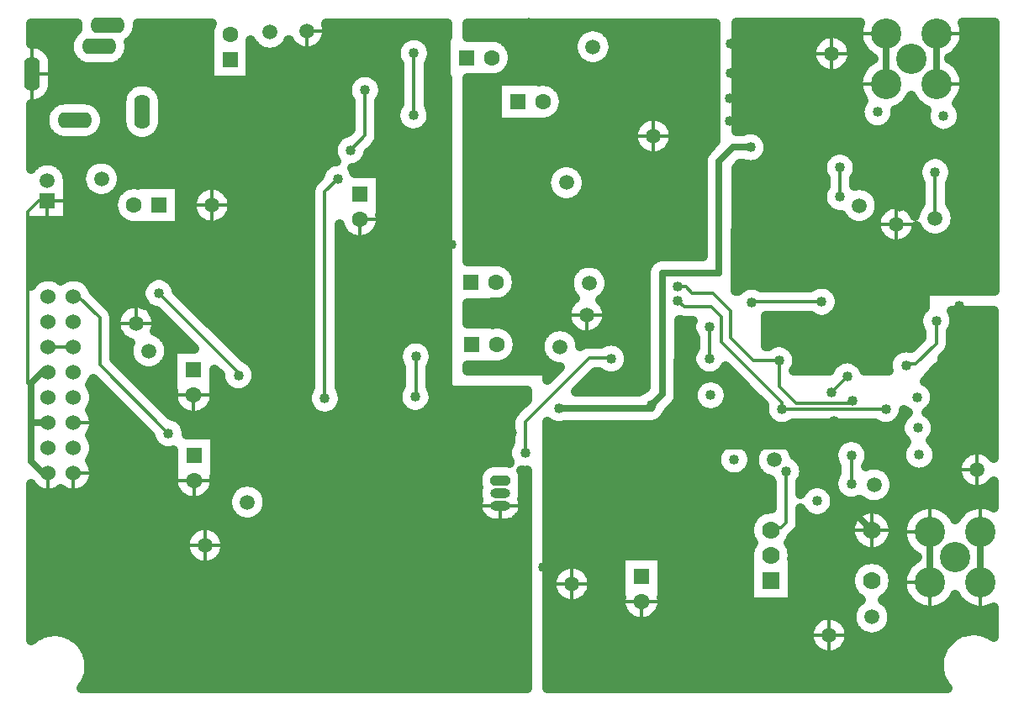
<source format=gbr>
G04 DipTrace 3.3.1.1*
G04 Bottom.gbr*
%MOIN*%
G04 #@! TF.FileFunction,Copper,L2,Bot*
G04 #@! TF.Part,Single*
%AMOUTLINE0*
4,1,8,
-0.029528,0.019685,
-0.03937,0.009843,
-0.03937,-0.009843,
-0.029528,-0.019685,
0.029528,-0.019685,
0.03937,-0.009843,
0.03937,0.009843,
0.029528,0.019685,
-0.029528,0.019685,
0*%
G04 #@! TA.AperFunction,Conductor*
%ADD14C,0.027559*%
%ADD15C,0.011811*%
G04 #@! TA.AperFunction,CopperBalancing*
%ADD17C,0.04*%
%ADD18C,0.012992*%
G04 #@! TA.AperFunction,ComponentPad*
%ADD20C,0.062992*%
%ADD21R,0.062992X0.062992*%
%ADD23C,0.06*%
%ADD24O,0.062992X0.137795*%
%ADD25O,0.137795X0.062992*%
%ADD26R,0.059055X0.059055*%
%ADD27C,0.059055*%
%ADD29C,0.12*%
%ADD30C,0.059055*%
%ADD31O,0.07874X0.03937*%
%ADD33R,0.07X0.07*%
%ADD34C,0.07*%
%ADD81OUTLINE0*%
%FSLAX26Y26*%
G04*
G70*
G90*
G75*
G01*
G04 Bottom*
%LPD*%
X2913701Y1571415D2*
D14*
X2957923Y1615636D1*
Y2096563D1*
X3182867D1*
Y2538850D1*
X3239054Y2595037D1*
X3307402D1*
X2548227Y1559364D2*
X2913701D1*
Y1571415D1*
X3844625Y3047474D2*
Y2847474D1*
X4044625D2*
Y3047474D1*
X1474877Y2071140D2*
Y2305077D1*
Y2590714D1*
X1473306D1*
X523056Y1702283D2*
X496529D1*
X454950Y1660705D1*
Y1502283D1*
X523056D1*
X454950D2*
Y1348472D1*
X501139Y1302283D1*
X523056D1*
X3072751Y1614883D2*
X3078088Y1620220D1*
Y1835518D1*
X3787545Y1075293D2*
X3622025Y1240812D1*
Y1407987D1*
X3637623D1*
Y1508717D1*
X4218808Y1068297D2*
Y868297D1*
X4018808Y1068297D2*
Y868297D1*
X3157385Y1506210D2*
Y1407987D1*
X3322346D1*
X3622025D1*
X3322346Y1418999D2*
Y1407987D1*
X519448Y2383307D2*
D15*
X485358D1*
X441593Y2339542D1*
Y1660705D1*
X454950D1*
X1972554Y2968046D2*
Y2721335D1*
X1970634D1*
X3707050Y1373278D2*
Y1260436D1*
X1619399Y1598427D2*
Y2417741D1*
X1670079Y2468421D1*
X4043178Y1906416D2*
Y1815220D1*
X3962711Y1734753D1*
X3923349D1*
Y1729845D1*
X4039484Y2496215D2*
Y2314029D1*
X4039437D1*
X3420467Y1749592D2*
Y1646933D1*
X3486967Y1580433D1*
X3710007D1*
Y1590409D1*
X3019252Y2041207D2*
X3050634D1*
X3075409Y2016432D1*
X3157287D1*
X3228661Y1945058D1*
Y1839171D1*
X3318240Y1749592D1*
X3420467D1*
X3432219Y1556798D2*
Y1582717D1*
X3191685Y1823251D1*
Y1922682D1*
X3150832Y1963535D1*
X3043318D1*
X3019597Y1987256D1*
Y1985593D1*
X3844209Y1556850D2*
X3508699D1*
X3508647Y1556798D1*
X3432219D1*
X3661732Y2514268D2*
Y2398186D1*
X3689854Y1686274D2*
X3627660Y1624080D1*
X2413690Y1382357D2*
Y1504673D1*
X2667685Y1758668D1*
X2757378D1*
X2754849Y1756139D1*
X3144278D2*
Y1882438D1*
X3311710Y1978192D2*
Y1982102D1*
X3589094D1*
X1721264Y2583472D2*
X1778930Y2641140D1*
Y2821492D1*
X3448505Y1309688D2*
Y1105522D1*
X3428182Y1085199D1*
X3387545D1*
Y1075293D1*
X1980001Y1765281D2*
Y1604769D1*
X1978416D1*
X623056Y2002283D2*
X642686D1*
X727109Y1917861D1*
Y1732499D1*
X999055Y1460552D1*
X961126Y2016207D2*
X1276520Y1700814D1*
Y1690484D1*
X523056Y1802283D2*
X623056D1*
D17*
X2548227Y1559364D3*
X3707050Y1373278D3*
Y1260436D3*
X4043178Y1906416D3*
X3844209Y1556850D3*
X3661732Y2514268D3*
Y2398186D3*
X3689854Y1686274D3*
X3627660Y1624080D3*
X2754849Y1756139D3*
X3144278D3*
X3311710Y1978192D3*
X3589094Y1982102D3*
X2390392Y2355323D3*
X2795591Y2752517D3*
X2312198Y2633168D3*
X3225412Y2698152D3*
X1968819Y1886375D3*
X2207487Y1478472D3*
X2205039Y1965115D3*
X3307402Y2437556D3*
X2753975Y2184954D3*
X2992441Y2319446D3*
X3425512Y2083226D3*
X3897953Y2122596D3*
X3110551Y1335194D3*
X2953071Y1098974D3*
X2201238Y927644D3*
X1328608Y1100474D3*
X1734766Y1355290D3*
X3637944Y1019794D3*
X3474219Y706924D3*
X4134173Y1492675D3*
Y1965115D3*
Y2319446D3*
Y2122596D3*
X3509130Y2848550D3*
X3943864Y2744249D3*
X1418299Y2703041D3*
X1067587Y2713600D3*
X1227534Y2256841D3*
X1063307Y2083226D3*
X791874Y1899122D3*
X713631Y2250982D3*
X1127080Y2506601D3*
X4134173Y1807635D3*
X3897953Y2358816D3*
X3307402Y2122596D3*
X3819213Y2004486D3*
X3464882Y2476927D3*
X3543622Y2398186D3*
X4134173Y1650155D3*
X2029126Y2550772D3*
X2244399Y2204416D3*
X2220568Y2494280D3*
X2223630Y2353471D3*
X2540234Y2339202D3*
X2676665Y2286127D3*
X2848085Y2093281D3*
X2834961Y1847005D3*
X2716850D3*
X2541573Y2199760D3*
X2391988Y2208944D3*
X2236810Y3072844D3*
X2410354Y3014659D3*
X2429707Y3090022D3*
X2687600Y2877110D3*
X2756220Y2555667D3*
X2874331Y2437556D3*
X3110551Y2634407D3*
Y2791887D3*
X3092970Y2993232D3*
X3110551Y2437556D3*
Y2201336D3*
X2834961Y1965115D3*
X3307402Y2280076D3*
X3229214Y2890121D3*
X3227314Y3006062D3*
X3358459Y2743769D3*
X3506713Y2734265D3*
X3679675Y2736165D3*
X3810820Y2734265D3*
X4073114Y2719060D3*
X3225412Y2789385D3*
X3386142Y2437556D3*
X3681575Y2040518D3*
X3937323Y2004486D3*
X3966676Y1603364D3*
X3970478Y1481720D3*
X3976180Y1375282D3*
X3877344Y1213726D3*
X3715786Y1187115D3*
X3571336Y1190917D3*
X3556760Y1087572D3*
X3563732Y922923D3*
X3539917Y828383D3*
X3366366Y703071D3*
X3228661Y705273D3*
X3071181D3*
X2911402Y594882D3*
X2698869Y791377D3*
X2829559Y989331D3*
X2953071Y1020234D3*
X3071181D3*
X3110551Y1177714D3*
X2953071D3*
X2831972Y1059770D3*
X2717933Y962836D3*
X2483887Y929545D3*
X2520000Y787270D3*
Y665903D3*
Y508423D3*
X3228661Y547793D3*
X4008491Y495270D3*
X3903954Y902014D3*
X3886848Y774669D3*
X3807020Y630218D3*
X3637860Y573198D3*
X4124432Y780371D3*
X3149386Y1610966D3*
X3322346Y1418999D3*
X3242518Y1356276D3*
X2992441Y1335194D3*
Y1532045D3*
X2839576Y1476018D3*
X2831972Y1293554D3*
X2670415Y1154804D3*
X2649508Y1318262D3*
X2750243Y1377182D3*
X2113933Y1477266D3*
X2323150Y1610785D3*
X2361975Y1462264D3*
X2323150Y1413934D3*
X1721717Y1099508D3*
X1654925Y1333571D3*
X1860213Y1147303D3*
X1653858Y1177714D3*
X1537648Y1339541D3*
X1417638Y1413934D3*
X1279121Y1517833D3*
X1278525Y1605009D3*
X1189790Y1677490D3*
X1092522Y1990843D3*
X1216399Y1901769D3*
X1311433Y1993003D3*
X1507202Y1994903D3*
X1549017Y1896067D3*
X1376056Y1897969D3*
X1994433Y1486508D3*
X1860728Y1487423D3*
X1678264Y1489323D3*
X1573726Y1485522D3*
X2362520Y1965115D3*
X2520000D3*
X2476573Y1906147D3*
X2460686Y1797902D3*
X2086819Y1924438D3*
X2008189Y2004486D3*
X2076810Y1816648D3*
X1850709Y1925745D3*
X1700121Y2209678D3*
X1847310Y2211979D3*
X2017496D3*
X1693228Y2122596D3*
X1535748Y2201336D3*
X2121218Y2208068D3*
X1233259Y2660444D3*
X1352849Y2527054D3*
X1334450Y2317770D3*
X1182663Y2119986D3*
X1063307Y2240706D3*
X1056403Y2447249D3*
X1058472Y2584549D3*
X811034Y1146496D3*
X501479Y2257791D3*
X827087Y2083226D3*
X1474877Y2305077D3*
X3072751Y1614883D3*
X1473306Y2590714D3*
X2750307Y1964777D3*
X1474877Y2071140D3*
X1970634Y2721335D3*
X1972554Y2968046D3*
X1670079Y2468421D3*
X1619399Y1598427D3*
X3307402Y2595037D3*
X2913701Y1571415D3*
X2413690Y1382357D3*
X3637623Y1508717D3*
X3157385Y1506210D3*
X1778930Y2821492D3*
X1721264Y2583472D3*
X1978416Y1604769D3*
X1980001Y1765281D3*
X999055Y1460552D3*
X1276520Y1690484D3*
X4039484Y2496215D3*
X961126Y2016207D3*
X3078088Y1835518D3*
X3019252Y2041207D3*
X3710007Y1590409D3*
X3420467Y1749592D3*
X3432219Y1556798D3*
X3019597Y1985593D3*
X3923349Y1729845D3*
X3144278Y1882438D3*
X3448505Y1309688D3*
X3256268Y3048879D2*
X3729045D1*
X4160226D2*
X4271470D1*
X3256125Y3009010D2*
X3556154D1*
X3702774D2*
X3735862D1*
X4153373D2*
X4271470D1*
X3255980Y2969142D2*
X3544385D1*
X3714580D2*
X3761125D1*
X4128110D2*
X4271470D1*
X3255837Y2929273D2*
X3553571D1*
X3705394D2*
X3764713D1*
X4124558D2*
X4271470D1*
X3255694Y2889404D2*
X3601224D1*
X3657705D2*
X3737190D1*
X4152045D2*
X4271470D1*
X3255587Y2849535D2*
X3729045D1*
X4160190D2*
X4271470D1*
X3255442Y2809667D2*
X3735612D1*
X4153623D2*
X4271470D1*
X3255299Y2769798D2*
X3744654D1*
X3928773D2*
X3960497D1*
X4128756D2*
X4271470D1*
X3255155Y2729929D2*
X3735360D1*
X3886286D2*
X3998354D1*
X4147882D2*
X4271470D1*
X3255012Y2690060D2*
X3750503D1*
X3871143D2*
X4003665D1*
X4142571D2*
X4271470D1*
X3357067Y2650192D2*
X4049526D1*
X4096711D2*
X4271470D1*
X3381360Y2610323D2*
X4271470D1*
X3378633Y2570454D2*
X3613353D1*
X3710131D2*
X4271470D1*
X3342605Y2530585D2*
X3588020D1*
X3735465D2*
X3972661D1*
X4106293D2*
X4271470D1*
X3254329Y2490717D2*
X3590101D1*
X3733348D2*
X3964085D1*
X4114869D2*
X4271470D1*
X3254186Y2450848D2*
X3600220D1*
X3723228D2*
X3977972D1*
X4100982D2*
X4271470D1*
X3254079Y2410979D2*
X3587302D1*
X3808740D2*
X3977972D1*
X4100982D2*
X4271470D1*
X3253936Y2371110D2*
X3591465D1*
X3823453D2*
X3873657D1*
X3895940D2*
X3977793D1*
X4101089D2*
X4271470D1*
X3253791Y2331241D2*
X3632336D1*
X4122727D2*
X4271470D1*
X3253648Y2291373D2*
X3698327D1*
X3779029D2*
X3799664D1*
X4121328D2*
X4271470D1*
X3253505Y2251504D2*
X3809533D1*
X3960064D2*
X3983751D1*
X4095133D2*
X4271470D1*
X3253361Y2211635D2*
X3860954D1*
X3908642D2*
X4271470D1*
X3253253Y2171766D2*
X4271470D1*
X3253110Y2131898D2*
X4271470D1*
X3252966Y2092029D2*
X4271470D1*
X3252823Y2052160D2*
X3570328D1*
X3607861D2*
X4271470D1*
X3658028Y2012291D2*
X3994336D1*
X3664020Y1972423D2*
X3992900D1*
X3644786Y1932554D2*
X3972518D1*
X3370774Y1892685D2*
X3968894D1*
X3370774Y1852816D2*
X3981669D1*
X3457829Y1812948D2*
X3955581D1*
X3492098Y1773079D2*
X3862282D1*
X3494180Y1733210D2*
X3631798D1*
X3747917D2*
X3847820D1*
X4156210Y3045636D2*
X4155484Y3034642D1*
X4153678Y3023772D1*
X4150810Y3013133D1*
X4146906Y3002828D1*
X4142004Y2992959D1*
X4136154Y2983621D1*
X4129409Y2974907D1*
X4121840Y2966899D1*
X4113517Y2959677D1*
X4104524Y2953311D1*
X4094945Y2947862D1*
X4094167Y2947478D1*
X4103504Y2942277D1*
X4112567Y2936009D1*
X4120967Y2928877D1*
X4128622Y2920951D1*
X4135459Y2912310D1*
X4141411Y2903035D1*
X4146417Y2893220D1*
X4150433Y2882958D1*
X4153416Y2872350D1*
X4155340Y2861501D1*
X4156184Y2850514D1*
X4155983Y2840130D1*
X4154715Y2829184D1*
X4152375Y2818416D1*
X4148984Y2807932D1*
X4144576Y2797833D1*
X4139194Y2788218D1*
X4132888Y2779181D1*
X4125724Y2770808D1*
X4124203Y2769235D1*
X4131039Y2761146D1*
X4136911Y2751566D1*
X4141210Y2741186D1*
X4143832Y2730261D1*
X4144714Y2719060D1*
X4143832Y2707860D1*
X4141210Y2696934D1*
X4136911Y2686555D1*
X4131039Y2676975D1*
X4123743Y2668432D1*
X4115199Y2661135D1*
X4105619Y2655264D1*
X4095240Y2650965D1*
X4084315Y2648343D1*
X4073114Y2647461D1*
X4061913Y2648343D1*
X4050988Y2650965D1*
X4040609Y2655264D1*
X4031029Y2661135D1*
X4022486Y2668432D1*
X4015189Y2676975D1*
X4009318Y2686555D1*
X4005018Y2696934D1*
X4002396Y2707860D1*
X4001514Y2719060D1*
X4002396Y2730261D1*
X4005018Y2741186D1*
X4005650Y2742896D1*
X3995665Y2747186D1*
X3986014Y2752504D1*
X3976934Y2758747D1*
X3968514Y2765854D1*
X3960836Y2773759D1*
X3953975Y2782381D1*
X3947997Y2791638D1*
X3944576Y2797833D1*
X3939194Y2788218D1*
X3932888Y2779181D1*
X3925724Y2770808D1*
X3917768Y2763185D1*
X3909100Y2756383D1*
X3899802Y2750469D1*
X3889966Y2745500D1*
X3881962Y2742308D1*
X3882420Y2734265D1*
X3881538Y2723064D1*
X3878916Y2712139D1*
X3874617Y2701760D1*
X3868745Y2692180D1*
X3861449Y2683636D1*
X3852906Y2676340D1*
X3843325Y2670469D1*
X3832946Y2666169D1*
X3822021Y2663547D1*
X3810820Y2662665D1*
X3799619Y2663547D1*
X3788694Y2666169D1*
X3778315Y2670469D1*
X3768735Y2676340D1*
X3760192Y2683636D1*
X3752895Y2692180D1*
X3747024Y2701760D1*
X3742724Y2712139D1*
X3740102Y2723064D1*
X3739220Y2734265D1*
X3740102Y2745466D1*
X3742724Y2756391D1*
X3747024Y2766770D1*
X3752895Y2776350D1*
X3755764Y2779990D1*
X3749888Y2788487D1*
X3744533Y2798117D1*
X3740154Y2808228D1*
X3736791Y2818722D1*
X3734482Y2829496D1*
X3733247Y2840446D1*
X3733096Y2851465D1*
X3734033Y2862444D1*
X3736049Y2873277D1*
X3739122Y2883858D1*
X3743224Y2894085D1*
X3748316Y2903858D1*
X3754346Y2913081D1*
X3761256Y2921664D1*
X3768979Y2929524D1*
X3777440Y2936584D1*
X3786555Y2942776D1*
X3795083Y2947471D1*
X3786014Y2952504D1*
X3776934Y2958747D1*
X3768514Y2965854D1*
X3760836Y2973759D1*
X3753975Y2982381D1*
X3747997Y2991638D1*
X3742962Y3001438D1*
X3738917Y3011689D1*
X3735904Y3022287D1*
X3733950Y3033133D1*
X3733075Y3044117D1*
X3733287Y3055134D1*
X3734587Y3066076D1*
X3736957Y3076837D1*
X3740378Y3087312D1*
X3740940Y3088749D1*
X3252409Y3088748D1*
X3250920Y2660381D1*
X3278203Y2660416D1*
X3285276Y2663133D1*
X3296201Y2665755D1*
X3307402Y2666636D1*
X3318602Y2665755D1*
X3329528Y2663133D1*
X3339907Y2658833D1*
X3349487Y2652962D1*
X3358030Y2645665D1*
X3365327Y2637122D1*
X3371198Y2627542D1*
X3375497Y2617163D1*
X3378119Y2606238D1*
X3379001Y2595037D1*
X3378119Y2583836D1*
X3375497Y2572911D1*
X3371198Y2562531D1*
X3365327Y2552951D1*
X3358030Y2544408D1*
X3349487Y2537112D1*
X3339907Y2531240D1*
X3329528Y2526941D1*
X3318602Y2524319D1*
X3307402Y2523437D1*
X3296201Y2524319D1*
X3285276Y2526941D1*
X3278346Y2529650D1*
X3266171Y2529657D1*
X3250395Y2513917D1*
X3248731Y2024517D1*
X3257265Y2024692D1*
X3265210Y2032636D1*
X3274299Y2039240D1*
X3284310Y2044341D1*
X3294995Y2047814D1*
X3306092Y2049571D1*
X3317328D1*
X3328425Y2047814D1*
X3339110Y2044341D1*
X3348450Y2039617D1*
X3546428Y2039608D1*
X3551684Y2043151D1*
X3561694Y2048252D1*
X3572379Y2051724D1*
X3583476Y2053482D1*
X3594713D1*
X3605810Y2051724D1*
X3616495Y2048252D1*
X3626505Y2043151D1*
X3635594Y2036547D1*
X3643539Y2028602D1*
X3650143Y2019513D1*
X3655244Y2009503D1*
X3658717Y1998818D1*
X3660474Y1987720D1*
Y1976484D1*
X3658717Y1965387D1*
X3655244Y1954702D1*
X3650143Y1944692D1*
X3643539Y1935602D1*
X3635594Y1927657D1*
X3626505Y1921054D1*
X3616495Y1915953D1*
X3605810Y1912480D1*
X3594713Y1910723D1*
X3583476D1*
X3572379Y1912480D1*
X3561694Y1915953D1*
X3551684Y1921054D1*
X3546475Y1924598D1*
X3366791Y1924597D1*
X3366772Y1807087D1*
X3377844Y1807097D1*
X3383056Y1810640D1*
X3393067Y1815741D1*
X3403752Y1819214D1*
X3414849Y1820971D1*
X3426085D1*
X3437182Y1819214D1*
X3447867Y1815741D1*
X3457878Y1810640D1*
X3466967Y1804037D1*
X3474912Y1796092D1*
X3481516Y1787003D1*
X3486617Y1776992D1*
X3490089Y1766307D1*
X3491846Y1755210D1*
Y1743974D1*
X3490089Y1732877D1*
X3486617Y1722192D1*
X3481516Y1712181D1*
X3479747Y1709533D1*
X3622112Y1709525D1*
X3626058Y1718780D1*
X3631929Y1728360D1*
X3639226Y1736903D1*
X3647769Y1744199D1*
X3657349Y1750071D1*
X3667728Y1754370D1*
X3678654Y1756992D1*
X3689854Y1757874D1*
X3701055Y1756992D1*
X3711980Y1754370D1*
X3722360Y1750071D1*
X3731940Y1744199D1*
X3740483Y1736903D1*
X3747780Y1728360D1*
X3753651Y1718780D1*
X3757531Y1709533D1*
X3854713Y1709525D1*
X3852631Y1718644D1*
X3851749Y1729845D1*
X3852631Y1741046D1*
X3855253Y1751971D1*
X3859552Y1762350D1*
X3865424Y1771930D1*
X3872720Y1780474D1*
X3881264Y1787770D1*
X3890844Y1793642D1*
X3901223Y1797941D1*
X3912148Y1800563D1*
X3923349Y1801445D1*
X3934550Y1800563D1*
X3944777Y1798138D1*
X3985661Y1839029D1*
X3985673Y1863772D1*
X3982130Y1869005D1*
X3977029Y1879016D1*
X3973556Y1889701D1*
X3971799Y1900798D1*
Y1912034D1*
X3973556Y1923131D1*
X3977029Y1933816D1*
X3982130Y1943827D1*
X3988734Y1952916D1*
X3996678Y1960861D1*
X3996871Y1965173D1*
X3997055Y2006734D1*
X3997986Y2011343D1*
X3999966Y2015606D1*
X4002887Y2019290D1*
X4006588Y2022190D1*
X4010864Y2024146D1*
X4015483Y2025050D1*
X4275440Y2026294D1*
X4275455Y3088761D1*
X4148294Y3088748D1*
X4151543Y3079457D1*
X4154177Y3068756D1*
X4155741Y3057849D1*
X4156224Y3047474D1*
X4156210Y3045636D1*
X3819541Y2357537D2*
X3818791Y2351210D1*
X3817549Y2344963D1*
X3815820Y2338832D1*
X3813614Y2332856D1*
X3810948Y2327071D1*
X3807836Y2321513D1*
X3804297Y2316217D1*
X3800353Y2311214D1*
X3796029Y2306535D1*
X3791350Y2302211D1*
X3786348Y2298268D1*
X3781051Y2294728D1*
X3775493Y2291617D1*
X3769709Y2288950D1*
X3763732Y2286744D1*
X3757601Y2285016D1*
X3751354Y2283773D1*
X3745028Y2283024D1*
X3738663Y2282774D1*
X3732298Y2283024D1*
X3725971Y2283773D1*
X3719724Y2285016D1*
X3713593Y2286744D1*
X3707617Y2288950D1*
X3701832Y2291617D1*
X3696274Y2294728D1*
X3690978Y2298268D1*
X3685975Y2302211D1*
X3681297Y2306535D1*
X3676972Y2311214D1*
X3673029Y2316217D1*
X3669490Y2321513D1*
X3666560Y2326745D1*
X3656114Y2326807D1*
X3645017Y2328564D1*
X3634332Y2332037D1*
X3624322Y2337138D1*
X3615232Y2343741D1*
X3607287Y2351686D1*
X3600684Y2360776D1*
X3595583Y2370786D1*
X3592110Y2381471D1*
X3590353Y2392568D1*
Y2403804D1*
X3592110Y2414902D1*
X3595583Y2425587D1*
X3600684Y2435597D1*
X3604228Y2440806D1*
X3604227Y2471642D1*
X3600684Y2476857D1*
X3595583Y2486867D1*
X3592110Y2497552D1*
X3590353Y2508650D1*
Y2519886D1*
X3592110Y2530983D1*
X3595583Y2541668D1*
X3600684Y2551678D1*
X3607287Y2560768D1*
X3615232Y2568713D1*
X3624322Y2575316D1*
X3634332Y2580417D1*
X3645017Y2583890D1*
X3656114Y2585647D1*
X3667350D1*
X3678448Y2583890D1*
X3689133Y2580417D1*
X3699143Y2575316D1*
X3708232Y2568713D1*
X3716177Y2560768D1*
X3722781Y2551678D1*
X3727882Y2541668D1*
X3731354Y2530983D1*
X3733112Y2519886D1*
Y2508650D1*
X3731354Y2497552D1*
X3727882Y2486867D1*
X3722781Y2476857D1*
X3719236Y2471648D1*
X3719238Y2442678D1*
X3725971Y2444030D1*
X3732298Y2444780D1*
X3738663Y2445029D1*
X3745028Y2444780D1*
X3751354Y2444030D1*
X3757601Y2442787D1*
X3763732Y2441059D1*
X3769709Y2438853D1*
X3775493Y2436186D1*
X3781051Y2433075D1*
X3786348Y2429535D1*
X3791350Y2425592D1*
X3796029Y2421268D1*
X3800353Y2416589D1*
X3804297Y2411587D1*
X3807836Y2406290D1*
X3810948Y2400732D1*
X3813614Y2394948D1*
X3815820Y2388971D1*
X3817549Y2382840D1*
X3818791Y2376593D1*
X3819541Y2370266D1*
X3819790Y2363902D1*
X3819541Y2357537D1*
X4120315Y2307664D2*
X4119566Y2301337D1*
X4118323Y2295091D1*
X4116594Y2288959D1*
X4114388Y2282983D1*
X4111722Y2277198D1*
X4108610Y2271640D1*
X4105071Y2266344D1*
X4101127Y2261341D1*
X4096803Y2256663D1*
X4092125Y2252339D1*
X4087122Y2248395D1*
X4081825Y2244856D1*
X4076268Y2241744D1*
X4070483Y2239077D1*
X4064507Y2236871D1*
X4058375Y2235143D1*
X4052129Y2233900D1*
X4045802Y2233151D1*
X4039437Y2232902D1*
X4033072Y2233151D1*
X4026745Y2233900D1*
X4020499Y2235143D1*
X4014367Y2236871D1*
X4008391Y2239077D1*
X4002606Y2241744D1*
X3997049Y2244856D1*
X3991752Y2248395D1*
X3986749Y2252339D1*
X3982071Y2256663D1*
X3977747Y2261341D1*
X3973803Y2266344D1*
X3970264Y2271640D1*
X3965391Y2281017D1*
X3963853Y2272081D1*
X3961289Y2263266D1*
X3957744Y2254797D1*
X3953265Y2246781D1*
X3947909Y2239323D1*
X3941745Y2232518D1*
X3934853Y2226454D1*
X3927318Y2221206D1*
X3919239Y2216845D1*
X3910719Y2213424D1*
X3901866Y2210987D1*
X3892795Y2209566D1*
X3883622Y2209178D1*
X3874465Y2209831D1*
X3865438Y2211513D1*
X3856660Y2214206D1*
X3848243Y2217873D1*
X3840294Y2222466D1*
X3832913Y2227929D1*
X3826199Y2234190D1*
X3820235Y2241171D1*
X3815097Y2248781D1*
X3810853Y2256923D1*
X3807555Y2265491D1*
X3805247Y2274378D1*
X3803957Y2283467D1*
X3803703Y2292646D1*
X3804488Y2301794D1*
X3806301Y2310794D1*
X3809119Y2319533D1*
X3812907Y2327896D1*
X3817615Y2335778D1*
X3823185Y2343077D1*
X3829543Y2349701D1*
X3836609Y2355564D1*
X3844293Y2360591D1*
X3852495Y2364718D1*
X3861110Y2367891D1*
X3870029Y2370070D1*
X3879136Y2371228D1*
X3888318Y2371349D1*
X3897453Y2370432D1*
X3906427Y2368488D1*
X3915123Y2365545D1*
X3923430Y2361635D1*
X3931244Y2356814D1*
X3938462Y2351139D1*
X3944993Y2344686D1*
X3950753Y2337535D1*
X3955668Y2329781D1*
X3958857Y2323409D1*
X3960551Y2332967D1*
X3962280Y2339098D1*
X3964486Y2345075D1*
X3967152Y2350860D1*
X3970264Y2356417D1*
X3973803Y2361714D1*
X3977747Y2366717D1*
X3981987Y2371303D1*
X3981979Y2453583D1*
X3978436Y2458804D1*
X3973335Y2468815D1*
X3969862Y2479500D1*
X3968105Y2490597D1*
Y2501833D1*
X3969862Y2512930D1*
X3973335Y2523615D1*
X3978436Y2533626D1*
X3985039Y2542715D1*
X3992984Y2550660D1*
X4002073Y2557264D1*
X4012084Y2562365D1*
X4022769Y2565837D1*
X4033866Y2567594D1*
X4045102D1*
X4056199Y2565837D1*
X4066885Y2562365D1*
X4076895Y2557264D1*
X4085984Y2550660D1*
X4093929Y2542715D1*
X4100533Y2533626D1*
X4105634Y2523615D1*
X4109106Y2512930D1*
X4110864Y2501833D1*
Y2490597D1*
X4109106Y2479500D1*
X4105634Y2468815D1*
X4100533Y2458804D1*
X4096988Y2453596D1*
X4096990Y2371231D1*
X4101127Y2366717D1*
X4105071Y2361714D1*
X4108610Y2356417D1*
X4111722Y2350860D1*
X4114388Y2345075D1*
X4116594Y2339098D1*
X4118323Y2332967D1*
X4119566Y2326720D1*
X4120315Y2320394D1*
X4120564Y2314029D1*
X4120315Y2307664D1*
X3710576Y2964991D2*
X3709849Y2955839D1*
X3708093Y2946827D1*
X3705329Y2938071D1*
X3701594Y2929684D1*
X3696936Y2921772D1*
X3691412Y2914437D1*
X3685096Y2907774D1*
X3678067Y2901866D1*
X3670416Y2896791D1*
X3662240Y2892614D1*
X3653644Y2889386D1*
X3644740Y2887151D1*
X3635639Y2885936D1*
X3626459Y2885756D1*
X3617318Y2886615D1*
X3608332Y2888503D1*
X3599618Y2891392D1*
X3591285Y2895248D1*
X3583442Y2900021D1*
X3576188Y2905650D1*
X3569617Y2912062D1*
X3563812Y2919176D1*
X3558848Y2926900D1*
X3554789Y2935135D1*
X3551686Y2943777D1*
X3549580Y2952713D1*
X3548496Y2961831D1*
X3548450Y2971012D1*
X3549442Y2980139D1*
X3551458Y2989097D1*
X3554474Y2997769D1*
X3558450Y3006045D1*
X3563336Y3013818D1*
X3569070Y3020990D1*
X3575576Y3027467D1*
X3582773Y3033168D1*
X3590568Y3038020D1*
X3598861Y3041959D1*
X3607546Y3044937D1*
X3616512Y3046915D1*
X3625644Y3047865D1*
X3634825Y3047778D1*
X3643938Y3046655D1*
X3652865Y3044509D1*
X3661492Y3041369D1*
X3669710Y3037273D1*
X3677412Y3032274D1*
X3684500Y3026438D1*
X3690883Y3019839D1*
X3696479Y3012560D1*
X3701218Y3004696D1*
X3705037Y2996346D1*
X3707888Y2987619D1*
X3709735Y2978626D1*
X3710554Y2969480D1*
X3710576Y2964991D1*
X4044625Y3047474D2*
D18*
X4156189D1*
X4044625Y2847474D2*
X4156189D1*
X3733060D2*
X3844625D1*
X3733060Y3047474D2*
X3844625D1*
X3629470Y3047920D2*
Y2885736D1*
X3548378Y2966828D2*
X3710562D1*
X3884797Y2371390D2*
Y2209206D1*
X3803705Y2290298D2*
X3965888D1*
X2189688Y3046979D2*
D17*
X2617285D1*
X2747328D2*
X3165308D1*
X2346537Y3007110D2*
X2598339D1*
X2766310D2*
X3165308D1*
X2366919Y2967241D2*
X2601568D1*
X2763045D2*
X3165308D1*
X2365197Y2927373D2*
X2631352D1*
X2733261D2*
X3165308D1*
X2339360Y2887504D2*
X3165308D1*
X2189688Y2847635D2*
X2296625D1*
X2528828D2*
X3165308D1*
X2189688Y2807766D2*
X2296625D1*
X2564247D2*
X3165308D1*
X2189688Y2767898D2*
X2296625D1*
X2570454D2*
X3165308D1*
X2189688Y2728029D2*
X2296625D1*
X2555957D2*
X3165308D1*
X2189688Y2688160D2*
X2852685D1*
X2990766D2*
X3165308D1*
X2189688Y2648291D2*
X2837076D1*
X3006411D2*
X3165308D1*
X2189688Y2608423D2*
X2842853D1*
X3000598D2*
X3155979D1*
X2189688Y2568554D2*
X2878665D1*
X2964786D2*
X3120633D1*
X2189688Y2528685D2*
X2540852D1*
X2613659D2*
X3113492D1*
X2189688Y2488816D2*
X2499801D1*
X2654675D2*
X3113492D1*
X2189688Y2448948D2*
X2492301D1*
X2662175D2*
X3113492D1*
X2189688Y2409079D2*
X2505900D1*
X2648575D2*
X3113492D1*
X2189688Y2369210D2*
X3113492D1*
X2189688Y2329341D2*
X3113492D1*
X2189688Y2289472D2*
X3113492D1*
X2189688Y2249604D2*
X3113492D1*
X2189688Y2209735D2*
X3113492D1*
X2189688Y2169866D2*
X3113492D1*
X2346896Y2129997D2*
X2629270D1*
X2705665D2*
X2897756D1*
X2379084Y2090129D2*
X2589655D1*
X2745247D2*
X2888534D1*
X2383965Y2050260D2*
X2582550D1*
X2752352D2*
X2888534D1*
X2367816Y2010391D2*
X2596652D1*
X2738249D2*
X2888534D1*
X2189688Y1970522D2*
X2583052D1*
X2731790D2*
X2888534D1*
X2189688Y1930654D2*
X2572286D1*
X2742555D2*
X2888534D1*
X4114551D2*
X4267671D1*
X2331896Y1890785D2*
X2582513D1*
X2732364D2*
X2888534D1*
X3027295D2*
X3069175D1*
X4117063D2*
X4267671D1*
X2378509Y1850916D2*
X2481786D1*
X2678789D2*
X2888534D1*
X3027295D2*
X3075993D1*
X4104682D2*
X4267671D1*
X2388091Y1811047D2*
X2467110D1*
X2804814D2*
X2888534D1*
X3027295D2*
X3082776D1*
X4104539D2*
X4267671D1*
X2377253Y1771178D2*
X2473713D1*
X2828857D2*
X2888534D1*
X3027295D2*
X3070287D1*
X4084444D2*
X4267671D1*
X2324146Y1731310D2*
X2511749D1*
X2826021D2*
X2888534D1*
X3027295D2*
X3073122D1*
X4062841D2*
X4267671D1*
X2685786Y1691441D2*
X2720165D1*
X2789528D2*
X2888534D1*
X3027295D2*
X3109617D1*
X3178942D2*
X3238154D1*
X4025773D2*
X4267671D1*
X2645919Y1651572D2*
X2888534D1*
X3027295D2*
X3086399D1*
X3212350D2*
X3278021D1*
X4023621D2*
X4267671D1*
X3027188Y1611703D2*
X3073804D1*
X3224982D2*
X3317924D1*
X4041778D2*
X4267671D1*
X3010466Y1571835D2*
X3085430D1*
X3213356D2*
X3357791D1*
X4034959D2*
X4267671D1*
X2977453Y1531966D2*
X3361056D1*
X4025487D2*
X4267671D1*
X2576770Y1492097D2*
X3397551D1*
X3466877D2*
X3809646D1*
X4045331D2*
X4267671D1*
X2504643Y1452228D2*
X3901222D1*
X4039732D2*
X4267671D1*
X2504643Y1412360D2*
X3194016D1*
X3291045D2*
X3340710D1*
X3463146D2*
X3643071D1*
X3771031D2*
X3910911D1*
X4041419D2*
X4267671D1*
X2504643Y1372491D2*
X3168790D1*
X3486900D2*
X3631445D1*
X3782657D2*
X3900647D1*
X4051718D2*
X4143404D1*
X2504643Y1332622D2*
X3170942D1*
X3520345D2*
X3644112D1*
X3827980D2*
X3914678D1*
X4037686D2*
X4121945D1*
X2504643Y1292753D2*
X3205463D1*
X3279562D2*
X3345698D1*
X3522067D2*
X3639159D1*
X3873804D2*
X4123453D1*
X2504643Y1252885D2*
X3387001D1*
X3510010D2*
X3531471D1*
X3611203D2*
X3631839D1*
X3882559D2*
X4149864D1*
X2504643Y1213016D2*
X3387001D1*
X3870323D2*
X4267671D1*
X2504643Y1173147D2*
X3387001D1*
X3644684D2*
X3976579D1*
X4061047D2*
X4176597D1*
X2504643Y1133278D2*
X3319217D1*
X3617806D2*
X3719217D1*
X3855862D2*
X3924080D1*
X2504643Y1093409D2*
X3298870D1*
X3508718D2*
X3698870D1*
X3876244D2*
X3906066D1*
X2504643Y1053541D2*
X3299731D1*
X3481841D2*
X3699732D1*
X3875383D2*
X3904199D1*
X2504643Y1013672D2*
X3305903D1*
X3469173D2*
X3722698D1*
X3852381D2*
X3917478D1*
X2504643Y973803D2*
X2787879D1*
X2962059D2*
X3296967D1*
X3478144D2*
X3955442D1*
X2504643Y933934D2*
X2555816D1*
X2641648D2*
X2787879D1*
X2962059D2*
X3296932D1*
X3478144D2*
X3719827D1*
X3855252D2*
X3924546D1*
X2677568Y894066D2*
X2787879D1*
X2962059D2*
X3296932D1*
X3478144D2*
X3699014D1*
X3876101D2*
X3906210D1*
X2683417Y854197D2*
X2787879D1*
X2962059D2*
X3296932D1*
X3478144D2*
X3699552D1*
X3875526D2*
X3904092D1*
X2504643Y814328D2*
X2529656D1*
X2667844D2*
X2787879D1*
X2962059D2*
X3296932D1*
X3478144D2*
X3722051D1*
X3853063D2*
X3917118D1*
X2504643Y774459D2*
X2790104D1*
X2959833D2*
X3715413D1*
X3861173D2*
X3954402D1*
X4083224D2*
X4154385D1*
X2504643Y734591D2*
X2812495D1*
X2937478D2*
X3583072D1*
X3653870D2*
X3703213D1*
X3873373D2*
X4267671D1*
X2504643Y694722D2*
X3541231D1*
X3864581D2*
X4267671D1*
X2504643Y654853D2*
X3533480D1*
X3703462D2*
X3757972D1*
X3818650D2*
X4110570D1*
X2504643Y614984D2*
X3546829D1*
X3690113D2*
X4071672D1*
X2504643Y575115D2*
X4054268D1*
X2504643Y535247D2*
X4049925D1*
X2504643Y495378D2*
X4057353D1*
X2504643Y455509D2*
X4078955D1*
X2364304Y2944232D2*
X2363538Y2937753D1*
X2362265Y2931353D1*
X2360493Y2925073D1*
X2358235Y2918953D1*
X2355504Y2913028D1*
X2352315Y2907335D1*
X2348690Y2901909D1*
X2344651Y2896785D1*
X2340222Y2891995D1*
X2335432Y2887566D1*
X2330307Y2883526D1*
X2324882Y2879902D1*
X2319189Y2876713D1*
X2313264Y2873982D1*
X2307143Y2871723D1*
X2300864Y2869951D1*
X2294463Y2868678D1*
X2287984Y2867912D1*
X2281465Y2867656D1*
X2274945Y2867912D1*
X2264541Y2869459D1*
X2264560Y2867656D1*
X2185651D1*
X2185669Y2143537D1*
X2280571Y2143508D1*
Y2141749D1*
X2290955Y2143252D1*
X2297475Y2143508D1*
X2303995Y2143252D1*
X2310474Y2142486D1*
X2316874Y2141213D1*
X2323154Y2139441D1*
X2329274Y2137182D1*
X2335199Y2134451D1*
X2340892Y2131262D1*
X2346318Y2127638D1*
X2351442Y2123598D1*
X2356232Y2119169D1*
X2360661Y2114379D1*
X2364701Y2109255D1*
X2368325Y2103829D1*
X2371514Y2098136D1*
X2374245Y2092211D1*
X2376504Y2086091D1*
X2378276Y2079811D1*
X2379549Y2073411D1*
X2380315Y2066932D1*
X2380571Y2060412D1*
X2380315Y2053892D1*
X2379549Y2047413D1*
X2378276Y2041013D1*
X2376504Y2034734D1*
X2374245Y2028613D1*
X2371514Y2022688D1*
X2368325Y2016995D1*
X2364701Y2011570D1*
X2360661Y2006445D1*
X2356232Y2001655D1*
X2351442Y1997226D1*
X2346318Y1993186D1*
X2340892Y1989562D1*
X2335199Y1986373D1*
X2329274Y1983642D1*
X2323154Y1981383D1*
X2316874Y1979612D1*
X2310474Y1978339D1*
X2303995Y1977572D1*
X2297475Y1977316D1*
X2290955Y1977572D1*
X2280551Y1979119D1*
X2280571Y1977316D1*
X2185657D1*
X2185669Y1895290D1*
X2284083Y1895262D1*
Y1893504D1*
X2294467Y1895007D1*
X2300987Y1895262D1*
X2307507Y1895007D1*
X2313986Y1894240D1*
X2320386Y1892967D1*
X2326665Y1891196D1*
X2332786Y1888937D1*
X2338711Y1886206D1*
X2344404Y1883017D1*
X2349829Y1879392D1*
X2354954Y1875353D1*
X2359744Y1870924D1*
X2364173Y1866134D1*
X2368213Y1861009D1*
X2371837Y1855584D1*
X2375026Y1849891D1*
X2377757Y1843966D1*
X2380016Y1837845D1*
X2381787Y1831566D1*
X2383060Y1825165D1*
X2383827Y1818686D1*
X2384083Y1812167D1*
X2383827Y1805647D1*
X2383060Y1799168D1*
X2381787Y1792768D1*
X2380016Y1786488D1*
X2377757Y1780367D1*
X2375026Y1774442D1*
X2371837Y1768749D1*
X2368213Y1763324D1*
X2364173Y1758199D1*
X2359744Y1753409D1*
X2354954Y1748980D1*
X2349829Y1744941D1*
X2344404Y1741316D1*
X2338711Y1738127D1*
X2332786Y1735396D1*
X2326665Y1733138D1*
X2320386Y1731366D1*
X2313986Y1730093D1*
X2307507Y1729327D1*
X2300987Y1729071D1*
X2294467Y1729327D1*
X2284063Y1730874D1*
X2284083Y1729071D1*
X2185669Y1728895D1*
Y1709554D1*
X2482199Y1709463D1*
X2486810Y1708546D1*
X2491080Y1706577D1*
X2494772Y1703667D1*
X2497682Y1699975D1*
X2499651Y1695705D1*
X2500568Y1691094D1*
X2500630Y1672911D1*
X2550518Y1722827D1*
X2539230Y1723804D1*
X2532983Y1725047D1*
X2526852Y1726776D1*
X2520875Y1728982D1*
X2515091Y1731648D1*
X2509533Y1734760D1*
X2504236Y1738299D1*
X2499234Y1742243D1*
X2494555Y1746567D1*
X2490231Y1751245D1*
X2486287Y1756248D1*
X2482748Y1761545D1*
X2479636Y1767102D1*
X2476970Y1772887D1*
X2474764Y1778864D1*
X2473035Y1784995D1*
X2471793Y1791241D1*
X2471043Y1797568D1*
X2470794Y1803933D1*
X2471043Y1810298D1*
X2471793Y1816625D1*
X2473035Y1822871D1*
X2474764Y1829003D1*
X2476970Y1834979D1*
X2479636Y1840764D1*
X2482748Y1846322D1*
X2486287Y1851618D1*
X2490231Y1856621D1*
X2494555Y1861299D1*
X2499234Y1865623D1*
X2504236Y1869567D1*
X2509533Y1873106D1*
X2515091Y1876218D1*
X2520875Y1878885D1*
X2526852Y1881091D1*
X2532983Y1882819D1*
X2539230Y1884062D1*
X2545556Y1884811D1*
X2551921Y1885060D1*
X2558286Y1884811D1*
X2564613Y1884062D1*
X2570860Y1882819D1*
X2576991Y1881091D1*
X2582967Y1878885D1*
X2588752Y1876218D1*
X2594310Y1873106D1*
X2599606Y1869567D1*
X2604609Y1865623D1*
X2609287Y1861299D1*
X2613612Y1856621D1*
X2617555Y1851618D1*
X2621094Y1846322D1*
X2624206Y1840764D1*
X2626873Y1834979D1*
X2629079Y1829003D1*
X2630807Y1822871D1*
X2632050Y1816625D1*
X2632799Y1810298D1*
X2633025Y1804555D1*
X2637638Y1807699D1*
X2645678Y1811797D1*
X2654261Y1814585D1*
X2663173Y1815996D1*
X2686058Y1816173D1*
X2715806D1*
X2722344Y1819936D1*
X2732723Y1824235D1*
X2743648Y1826857D1*
X2754849Y1827739D1*
X2766050Y1826857D1*
X2776975Y1824235D1*
X2787354Y1819936D1*
X2796934Y1814064D1*
X2805478Y1806768D1*
X2812774Y1798224D1*
X2818646Y1788644D1*
X2822945Y1778265D1*
X2825567Y1767340D1*
X2826449Y1756139D1*
X2825567Y1744938D1*
X2822945Y1734013D1*
X2818646Y1723634D1*
X2812774Y1714054D1*
X2805478Y1705510D1*
X2796934Y1698214D1*
X2787354Y1692343D1*
X2776975Y1688043D1*
X2766050Y1685421D1*
X2754849Y1684539D1*
X2743648Y1685421D1*
X2732723Y1688043D1*
X2722344Y1692343D1*
X2712764Y1698214D1*
X2709021Y1701164D1*
X2691530Y1701163D1*
X2615098Y1624756D1*
X2865909Y1624743D1*
X2871615Y1629340D1*
X2881196Y1635211D1*
X2888010Y1638196D1*
X2892543Y1643196D1*
X2892744Y2101693D1*
X2894349Y2111825D1*
X2897520Y2121583D1*
X2902177Y2130724D1*
X2908207Y2139024D1*
X2915462Y2146278D1*
X2923761Y2152308D1*
X2932903Y2156966D1*
X2942660Y2160136D1*
X2952793Y2161741D1*
X2976295Y2161942D1*
X3117500D1*
X3117488Y2538850D1*
X3118293Y2549077D1*
X3120688Y2559054D1*
X3124614Y2568531D1*
X3129974Y2577280D1*
X3136636Y2585081D1*
X3169294Y2617738D1*
X3169291Y3086819D1*
X2185647Y3086848D1*
X2185669Y3033823D1*
X2264560Y3033848D1*
Y3032089D1*
X2274945Y3033592D1*
X2281465Y3033848D1*
X2287984Y3033592D1*
X2294463Y3032825D1*
X2300864Y3031552D1*
X2307143Y3029781D1*
X2313264Y3027522D1*
X2319189Y3024791D1*
X2324882Y3021602D1*
X2330307Y3017978D1*
X2335432Y3013938D1*
X2340222Y3009509D1*
X2344651Y3004719D1*
X2348690Y2999594D1*
X2352315Y2994169D1*
X2355504Y2988476D1*
X2358235Y2982551D1*
X2360493Y2976430D1*
X2362265Y2970151D1*
X2363538Y2963751D1*
X2364304Y2957272D1*
X2364560Y2950752D1*
X2364304Y2944232D1*
X2566550Y2768915D2*
X2565783Y2762436D1*
X2564510Y2756035D1*
X2562739Y2749756D1*
X2560480Y2743635D1*
X2557749Y2737710D1*
X2554560Y2732017D1*
X2550936Y2726592D1*
X2546896Y2721467D1*
X2542467Y2716677D1*
X2537677Y2712248D1*
X2532552Y2708209D1*
X2527127Y2704584D1*
X2521434Y2701395D1*
X2515509Y2698664D1*
X2509388Y2696406D1*
X2503109Y2694634D1*
X2496709Y2693361D1*
X2490230Y2692594D1*
X2483710Y2692339D1*
X2477190Y2692594D1*
X2466786Y2694142D1*
X2466806Y2692339D1*
X2300614D1*
Y2858530D1*
X2466806D1*
Y2856772D1*
X2477190Y2858274D1*
X2483710Y2858530D1*
X2490230Y2858274D1*
X2496709Y2857508D1*
X2503109Y2856235D1*
X2509388Y2854463D1*
X2515509Y2852205D1*
X2521434Y2849474D1*
X2527127Y2846285D1*
X2532552Y2842660D1*
X2537677Y2838621D1*
X2542467Y2834192D1*
X2546896Y2829402D1*
X2550936Y2824277D1*
X2554560Y2818852D1*
X2557749Y2813159D1*
X2560480Y2807234D1*
X2562739Y2801113D1*
X2564510Y2794833D1*
X2565783Y2788433D1*
X2566550Y2781954D1*
X2566806Y2775434D1*
X2566550Y2768915D1*
X2958054Y791777D2*
X2957344Y782623D1*
X2955629Y773602D1*
X2952928Y764827D1*
X2949277Y756403D1*
X2944718Y748433D1*
X2939307Y741014D1*
X2933112Y734239D1*
X2926206Y728188D1*
X2918675Y722936D1*
X2910610Y718546D1*
X2902110Y715072D1*
X2893280Y712559D1*
X2884226Y711034D1*
X2875059Y710518D1*
X2865890Y711017D1*
X2856833Y712524D1*
X2847997Y715020D1*
X2839491Y718476D1*
X2831419Y722850D1*
X2823877Y728088D1*
X2816959Y734126D1*
X2810751Y740890D1*
X2805325Y748298D1*
X2800752Y756259D1*
X2797084Y764676D1*
X2794366Y773446D1*
X2792634Y782463D1*
X2791906Y791615D1*
X2792193Y800793D1*
X2793490Y809882D1*
X2793625Y810521D1*
X2791882Y810518D1*
Y976710D1*
X2958073D1*
Y810518D1*
X2956370Y810357D1*
X2957719Y801276D1*
X2958054Y791777D1*
X4087860Y449657D2*
X4079265Y460463D1*
X4074207Y468130D1*
X4069669Y476114D1*
X4065672Y484383D1*
X4062232Y492900D1*
X4059366Y501626D1*
X4057085Y510522D1*
X4055400Y519551D1*
X4054319Y528672D1*
X4053845Y537845D1*
X4053982Y547029D1*
X4054727Y556182D1*
X4056079Y565268D1*
X4058031Y574241D1*
X4060576Y583067D1*
X4063701Y591705D1*
X4067391Y600114D1*
X4071633Y608261D1*
X4076406Y616109D1*
X4081689Y623621D1*
X4087461Y630766D1*
X4093693Y637513D1*
X4100360Y643831D1*
X4107430Y649692D1*
X4114875Y655071D1*
X4122661Y659942D1*
X4130753Y664287D1*
X4139117Y668085D1*
X4147713Y671319D1*
X4156505Y673975D1*
X4165454Y676041D1*
X4174521Y677508D1*
X4183665Y678370D1*
X4192846Y678623D1*
X4202024Y678266D1*
X4211157Y677301D1*
X4220207Y675731D1*
X4229133Y673563D1*
X4237894Y670807D1*
X4246453Y667476D1*
X4254773Y663584D1*
X4262815Y659148D1*
X4271669Y653356D1*
X4271654Y769972D1*
X4262465Y765591D1*
X4252123Y761785D1*
X4241458Y759020D1*
X4230571Y757318D1*
X4219568Y756699D1*
X4208559Y757168D1*
X4197650Y758720D1*
X4186948Y761341D1*
X4176555Y765005D1*
X4166575Y769676D1*
X4157104Y775307D1*
X4148234Y781845D1*
X4140052Y789227D1*
X4132638Y797379D1*
X4126064Y806223D1*
X4120395Y815672D1*
X4118760Y818656D1*
X4113378Y809041D1*
X4107072Y800004D1*
X4099908Y791631D1*
X4091951Y784008D1*
X4083283Y777206D1*
X4073986Y771291D1*
X4064150Y766323D1*
X4053873Y762348D1*
X4043253Y759407D1*
X4032396Y757526D1*
X4021406Y756727D1*
X4010390Y757014D1*
X3999457Y758387D1*
X3988713Y760831D1*
X3978261Y764323D1*
X3968205Y768828D1*
X3958643Y774304D1*
X3949667Y780696D1*
X3941365Y787941D1*
X3933818Y795970D1*
X3927100Y804705D1*
X3921276Y814058D1*
X3916402Y823941D1*
X3912526Y834257D1*
X3909688Y844904D1*
X3907912Y855780D1*
X3907219Y866777D1*
X3907613Y877789D1*
X3909091Y888707D1*
X3911639Y899428D1*
X3915231Y909845D1*
X3919833Y919857D1*
X3925400Y929367D1*
X3931879Y938281D1*
X3939205Y946512D1*
X3947306Y953982D1*
X3956104Y960615D1*
X3965514Y966349D1*
X3969266Y968294D1*
X3960198Y973327D1*
X3951118Y979570D1*
X3942698Y986677D1*
X3935020Y994581D1*
X3928159Y1003203D1*
X3922181Y1012461D1*
X3917146Y1022261D1*
X3913101Y1032512D1*
X3910088Y1043110D1*
X3908134Y1053955D1*
X3907259Y1064940D1*
X3907471Y1075957D1*
X3908770Y1086899D1*
X3911140Y1097660D1*
X3914562Y1108135D1*
X3918999Y1118222D1*
X3924408Y1127820D1*
X3930739Y1136840D1*
X3937928Y1145192D1*
X3945904Y1152793D1*
X3954593Y1159571D1*
X3963907Y1165458D1*
X3973756Y1170399D1*
X3984045Y1174344D1*
X3994673Y1177256D1*
X4005535Y1179105D1*
X4016528Y1179873D1*
X4027542Y1179554D1*
X4038472Y1178151D1*
X4049210Y1175676D1*
X4059651Y1172155D1*
X4069694Y1167621D1*
X4079241Y1162118D1*
X4088198Y1155701D1*
X4096480Y1148432D1*
X4104004Y1140382D1*
X4110698Y1131629D1*
X4116496Y1122257D1*
X4118806Y1117837D1*
X4123441Y1126259D1*
X4129622Y1135381D1*
X4136672Y1143849D1*
X4144524Y1151581D1*
X4153098Y1158501D1*
X4162315Y1164542D1*
X4172081Y1169643D1*
X4182304Y1173757D1*
X4192882Y1176844D1*
X4203714Y1178871D1*
X4214692Y1179820D1*
X4225710Y1179682D1*
X4236661Y1178459D1*
X4247438Y1176161D1*
X4257936Y1172812D1*
X4268052Y1168445D1*
X4271656Y1166588D1*
X4271654Y1268978D1*
X4266020Y1261860D1*
X4259554Y1255340D1*
X4252394Y1249594D1*
X4244629Y1244693D1*
X4236361Y1240702D1*
X4227694Y1237669D1*
X4218741Y1235636D1*
X4209615Y1234627D1*
X4200434Y1234656D1*
X4191315Y1235723D1*
X4182374Y1237812D1*
X4173727Y1240899D1*
X4165484Y1244942D1*
X4157751Y1249892D1*
X4150626Y1255684D1*
X4144202Y1262243D1*
X4138559Y1269486D1*
X4133772Y1277320D1*
X4129900Y1285646D1*
X4126993Y1294354D1*
X4125091Y1303337D1*
X4124214Y1312476D1*
X4124375Y1321656D1*
X4125573Y1330759D1*
X4127793Y1339668D1*
X4131004Y1348270D1*
X4135167Y1356454D1*
X4140227Y1364114D1*
X4146121Y1371155D1*
X4152773Y1377483D1*
X4160097Y1383020D1*
X4168000Y1387694D1*
X4176379Y1391445D1*
X4185130Y1394224D1*
X4194139Y1395999D1*
X4203290Y1396743D1*
X4212467Y1396448D1*
X4221551Y1395118D1*
X4230428Y1392770D1*
X4238982Y1389434D1*
X4247105Y1385155D1*
X4254692Y1379983D1*
X4261646Y1373988D1*
X4267877Y1367245D1*
X4271651Y1362283D1*
X4271654Y1945180D1*
X4103190Y1945453D1*
X4106975Y1938921D1*
X4111274Y1928542D1*
X4113896Y1917617D1*
X4114778Y1906416D1*
X4113896Y1895215D1*
X4111274Y1884290D1*
X4106975Y1873911D1*
X4101104Y1864331D1*
X4100682Y1863797D1*
X4100507Y1810709D1*
X4099096Y1801797D1*
X4096307Y1793214D1*
X4092210Y1785175D1*
X4086906Y1777874D1*
X4067119Y1757836D1*
X4066849Y1744921D1*
X4065573Y1740396D1*
X4063276Y1736294D1*
X4042974Y1714249D1*
X3999181Y1667160D1*
X4008761Y1661289D1*
X4017304Y1653992D1*
X4024601Y1645449D1*
X4030472Y1635869D1*
X4034772Y1625490D1*
X4037394Y1614564D1*
X4038276Y1603364D1*
X4037394Y1592163D1*
X4034772Y1581238D1*
X4030472Y1570858D1*
X4024601Y1561278D1*
X4017304Y1552735D1*
X4008761Y1545438D1*
X4006223Y1543741D1*
X4012563Y1539646D1*
X4021106Y1532349D1*
X4028403Y1523806D1*
X4034274Y1514226D1*
X4038573Y1503846D1*
X4041196Y1492921D1*
X4042077Y1481720D1*
X4041196Y1470520D1*
X4038573Y1459594D1*
X4034274Y1449215D1*
X4028403Y1439635D1*
X4021058Y1431047D1*
X4026808Y1425911D1*
X4034105Y1417367D1*
X4039976Y1407787D1*
X4044276Y1397408D1*
X4046898Y1386483D1*
X4047780Y1375282D1*
X4046898Y1364081D1*
X4044276Y1353156D1*
X4039976Y1342777D1*
X4034105Y1333197D1*
X4026808Y1324654D1*
X4018265Y1317357D1*
X4008685Y1311486D1*
X3998306Y1307186D1*
X3987381Y1304564D1*
X3976180Y1303682D1*
X3964979Y1304564D1*
X3954054Y1307186D1*
X3943675Y1311486D1*
X3934094Y1317357D1*
X3925551Y1324654D1*
X3918255Y1333197D1*
X3912383Y1342777D1*
X3908084Y1353156D1*
X3905462Y1364081D1*
X3904580Y1375282D1*
X3905462Y1386483D1*
X3908084Y1397408D1*
X3912383Y1407787D1*
X3918255Y1417367D1*
X3925600Y1425955D1*
X3919849Y1431092D1*
X3912552Y1439635D1*
X3906681Y1449215D1*
X3902382Y1459594D1*
X3899760Y1470520D1*
X3898878Y1481720D1*
X3899760Y1492921D1*
X3902382Y1503846D1*
X3906681Y1514226D1*
X3912552Y1523806D1*
X3919849Y1532349D1*
X3928392Y1539646D1*
X3930930Y1541343D1*
X3924591Y1545438D1*
X3916047Y1552735D1*
X3915705Y1553105D1*
X3914927Y1545650D1*
X3912304Y1534724D1*
X3908005Y1524345D1*
X3902134Y1514765D1*
X3894837Y1506222D1*
X3886294Y1498925D1*
X3876714Y1493054D1*
X3866335Y1488755D1*
X3855409Y1486133D1*
X3844209Y1485251D1*
X3833008Y1486133D1*
X3822083Y1488755D1*
X3811703Y1493054D1*
X3802123Y1498925D1*
X3801589Y1499346D1*
X3474881Y1499293D1*
X3469630Y1495749D1*
X3459619Y1490648D1*
X3448934Y1487176D1*
X3437837Y1485419D1*
X3426601D1*
X3415504Y1487176D1*
X3404819Y1490648D1*
X3394808Y1495749D1*
X3385719Y1502353D1*
X3377774Y1510298D1*
X3371171Y1519387D1*
X3366070Y1529398D1*
X3362597Y1540083D1*
X3360840Y1551180D1*
Y1562416D1*
X3362182Y1571424D1*
X3302744Y1630705D1*
X3298332Y1632329D1*
X3294421Y1634940D1*
X3291228Y1638390D1*
X3288928Y1642491D1*
X3287625Y1645986D1*
X3208686Y1724924D1*
X3205327Y1718728D1*
X3198723Y1709639D1*
X3190778Y1701694D1*
X3181689Y1695091D1*
X3171678Y1689990D1*
X3160993Y1686517D1*
X3149896Y1684760D1*
X3138660D1*
X3127563Y1686517D1*
X3116878Y1689990D1*
X3106867Y1695091D1*
X3097778Y1701694D1*
X3089833Y1709639D1*
X3083230Y1718728D1*
X3078129Y1728739D1*
X3074656Y1739424D1*
X3072899Y1750521D1*
Y1761757D1*
X3074656Y1772854D1*
X3078129Y1783539D1*
X3083230Y1793550D1*
X3086774Y1798759D1*
X3086773Y1839785D1*
X3083230Y1845028D1*
X3078129Y1855038D1*
X3074656Y1865723D1*
X3072899Y1876820D1*
Y1888056D1*
X3074656Y1899154D1*
X3076722Y1906026D1*
X3038806Y1906207D1*
X3029894Y1907618D1*
X3025531Y1908850D1*
X3023302Y1903650D1*
X3023101Y1610507D1*
X3021496Y1600374D1*
X3018325Y1590617D1*
X3013668Y1581475D1*
X3007638Y1573176D1*
X2991161Y1556415D1*
X2980580Y1545833D1*
X2977497Y1538909D1*
X2972248Y1530261D1*
X2969446Y1525203D1*
X2963416Y1516903D1*
X2956161Y1509648D1*
X2947861Y1503618D1*
X2938720Y1498961D1*
X2928963Y1495790D1*
X2918831Y1494185D1*
X2895328Y1493984D1*
X2577430D1*
X2570353Y1491268D1*
X2559428Y1488646D1*
X2548227Y1487764D1*
X2537026Y1488646D1*
X2526101Y1491268D1*
X2515722Y1495567D1*
X2506142Y1501438D1*
X2500630Y1505798D1*
Y449690D1*
X4087703Y449682D1*
X2763188Y2987168D2*
X2762438Y2980841D1*
X2761196Y2974594D1*
X2759467Y2968463D1*
X2757261Y2962487D1*
X2754594Y2956702D1*
X2751483Y2951144D1*
X2747944Y2945848D1*
X2744000Y2940845D1*
X2739676Y2936167D1*
X2734997Y2931843D1*
X2729995Y2927899D1*
X2724698Y2924360D1*
X2719140Y2921248D1*
X2713356Y2918581D1*
X2707379Y2916375D1*
X2701248Y2914647D1*
X2695001Y2913404D1*
X2688675Y2912655D1*
X2682310Y2912406D1*
X2675945Y2912655D1*
X2669618Y2913404D1*
X2663371Y2914647D1*
X2657240Y2916375D1*
X2651264Y2918581D1*
X2645479Y2921248D1*
X2639921Y2924360D1*
X2634625Y2927899D1*
X2629622Y2931843D1*
X2624944Y2936167D1*
X2620619Y2940845D1*
X2616676Y2945848D1*
X2613136Y2951144D1*
X2610025Y2956702D1*
X2607358Y2962487D1*
X2605152Y2968463D1*
X2603424Y2974594D1*
X2602181Y2980841D1*
X2601432Y2987168D1*
X2601182Y2993533D1*
X2601432Y2999898D1*
X2602181Y3006224D1*
X2603424Y3012471D1*
X2605152Y3018602D1*
X2607358Y3024579D1*
X2610025Y3030364D1*
X2613136Y3035921D1*
X2616676Y3041218D1*
X2620619Y3046220D1*
X2624944Y3050899D1*
X2629622Y3055223D1*
X2634625Y3059167D1*
X2639921Y3062706D1*
X2645479Y3065818D1*
X2651264Y3068484D1*
X2657240Y3070690D1*
X2663371Y3072419D1*
X2669618Y3073661D1*
X2675945Y3074411D1*
X2682310Y3074660D1*
X2688675Y3074411D1*
X2695001Y3073661D1*
X2701248Y3072419D1*
X2707379Y3070690D1*
X2713356Y3068484D1*
X2719140Y3065818D1*
X2724698Y3062706D1*
X2729995Y3059167D1*
X2734997Y3055223D1*
X2739676Y3050899D1*
X2744000Y3046220D1*
X2747944Y3041218D1*
X2751483Y3035921D1*
X2754594Y3030364D1*
X2757261Y3024579D1*
X2759467Y3018602D1*
X2761196Y3012471D1*
X2762438Y3006224D1*
X2763188Y2999898D1*
X2763437Y2993533D1*
X2763188Y2987168D1*
X2658119Y2447945D2*
X2657370Y2441618D1*
X2656127Y2435371D1*
X2654399Y2429240D1*
X2652193Y2423264D1*
X2649526Y2417479D1*
X2646415Y2411921D1*
X2642875Y2406625D1*
X2638932Y2401622D1*
X2634608Y2396944D1*
X2629929Y2392619D1*
X2624927Y2388676D1*
X2619630Y2385136D1*
X2614072Y2382025D1*
X2608287Y2379358D1*
X2602311Y2377152D1*
X2596180Y2375424D1*
X2589933Y2374181D1*
X2583606Y2373432D1*
X2577241Y2373182D1*
X2570877Y2373432D1*
X2564550Y2374181D1*
X2558303Y2375424D1*
X2552172Y2377152D1*
X2546196Y2379358D1*
X2540411Y2382025D1*
X2534853Y2385136D1*
X2529556Y2388676D1*
X2524554Y2392619D1*
X2519875Y2396944D1*
X2515551Y2401622D1*
X2511608Y2406625D1*
X2508068Y2411921D1*
X2504957Y2417479D1*
X2502290Y2423264D1*
X2500084Y2429240D1*
X2498356Y2435371D1*
X2497113Y2441618D1*
X2496364Y2447945D1*
X2496114Y2454310D1*
X2496364Y2460675D1*
X2497113Y2467001D1*
X2498356Y2473248D1*
X2500084Y2479379D1*
X2502290Y2485356D1*
X2504957Y2491140D1*
X2508068Y2496698D1*
X2511608Y2501995D1*
X2515551Y2506997D1*
X2519875Y2511676D1*
X2524554Y2516000D1*
X2529556Y2519944D1*
X2534853Y2523483D1*
X2540411Y2526594D1*
X2546196Y2529261D1*
X2552172Y2531467D1*
X2558303Y2533196D1*
X2564550Y2534438D1*
X2570877Y2535188D1*
X2577241Y2535437D1*
X2583606Y2535188D1*
X2589933Y2534438D1*
X2596180Y2533196D1*
X2602311Y2531467D1*
X2608287Y2529261D1*
X2614072Y2526594D1*
X2619630Y2523483D1*
X2624927Y2519944D1*
X2629929Y2516000D1*
X2634608Y2511676D1*
X2638932Y2506997D1*
X2642875Y2501995D1*
X2646415Y2496698D1*
X2649526Y2491140D1*
X2652193Y2485356D1*
X2654399Y2479379D1*
X2656127Y2473248D1*
X2657370Y2467001D1*
X2658119Y2460675D1*
X2658369Y2454310D1*
X2658119Y2447945D1*
X2748333Y2050064D2*
X2747584Y2043738D1*
X2746341Y2037491D1*
X2744613Y2031360D1*
X2742407Y2025383D1*
X2739740Y2019598D1*
X2736629Y2014041D1*
X2733089Y2008744D1*
X2729146Y2003741D1*
X2724822Y1999063D1*
X2720143Y1994739D1*
X2712928Y1989316D1*
X2718843Y1983172D1*
X2724438Y1975894D1*
X2729177Y1968029D1*
X2732996Y1959680D1*
X2735848Y1950953D1*
X2737694Y1941959D1*
X2738513Y1932814D1*
X2738370Y1924654D1*
X2737228Y1915543D1*
X2735066Y1906621D1*
X2731909Y1897999D1*
X2727798Y1889789D1*
X2722786Y1882097D1*
X2716936Y1875020D1*
X2710324Y1868650D1*
X2703035Y1863067D1*
X2695163Y1858343D1*
X2686806Y1854539D1*
X2678072Y1851705D1*
X2669076Y1849874D1*
X2659929Y1849072D1*
X2650751Y1849310D1*
X2641657Y1850581D1*
X2632768Y1852873D1*
X2624192Y1856155D1*
X2616043Y1860385D1*
X2608424Y1865508D1*
X2601432Y1871458D1*
X2595157Y1878161D1*
X2589681Y1885531D1*
X2585072Y1893471D1*
X2581390Y1901882D1*
X2578681Y1910655D1*
X2576982Y1919678D1*
X2576312Y1928835D1*
X2576682Y1938009D1*
X2578085Y1947083D1*
X2580507Y1955940D1*
X2583911Y1964466D1*
X2588259Y1972552D1*
X2593491Y1980097D1*
X2599543Y1987003D1*
X2606336Y1993178D1*
X2611898Y1997303D1*
X2605765Y2003741D1*
X2601822Y2008744D1*
X2598282Y2014041D1*
X2595171Y2019598D1*
X2592504Y2025383D1*
X2590298Y2031360D1*
X2588570Y2037491D1*
X2587327Y2043738D1*
X2586577Y2050064D1*
X2586328Y2056429D1*
X2586577Y2062794D1*
X2587327Y2069121D1*
X2588570Y2075367D1*
X2590298Y2081499D1*
X2592504Y2087475D1*
X2595171Y2093260D1*
X2598282Y2098818D1*
X2601822Y2104114D1*
X2605765Y2109117D1*
X2610089Y2113795D1*
X2614768Y2118119D1*
X2619770Y2122063D1*
X2625067Y2125602D1*
X2630625Y2128714D1*
X2636409Y2131381D1*
X2642386Y2133587D1*
X2648517Y2135315D1*
X2654764Y2136558D1*
X2661091Y2137307D1*
X2667455Y2137556D1*
X2673820Y2137307D1*
X2680147Y2136558D1*
X2686394Y2135315D1*
X2692525Y2133587D1*
X2698501Y2131381D1*
X2704286Y2128714D1*
X2709844Y2125602D1*
X2715140Y2122063D1*
X2720143Y2118119D1*
X2724822Y2113795D1*
X2729146Y2109117D1*
X2733089Y2104114D1*
X2736629Y2098818D1*
X2739740Y2093260D1*
X2742407Y2087475D1*
X2744613Y2081499D1*
X2746341Y2075367D1*
X2747584Y2069121D1*
X2748333Y2062794D1*
X2748583Y2056429D1*
X2748333Y2050064D1*
X3869178Y725220D2*
X3868429Y718894D1*
X3867186Y712647D1*
X3865458Y706516D1*
X3863252Y700539D1*
X3860585Y694755D1*
X3857474Y689197D1*
X3853934Y683900D1*
X3849991Y678898D1*
X3845667Y674219D1*
X3840988Y669895D1*
X3835986Y665951D1*
X3830689Y662412D1*
X3825131Y659301D1*
X3819346Y656634D1*
X3813370Y654428D1*
X3807239Y652699D1*
X3800992Y651457D1*
X3794665Y650707D1*
X3788301Y650458D1*
X3781936Y650707D1*
X3775609Y651457D1*
X3769362Y652699D1*
X3763231Y654428D1*
X3757255Y656634D1*
X3751470Y659301D1*
X3745912Y662412D1*
X3740615Y665951D1*
X3735613Y669895D1*
X3730934Y674219D1*
X3726610Y678898D1*
X3722667Y683900D1*
X3719127Y689197D1*
X3716016Y694755D1*
X3713349Y700539D1*
X3711143Y706516D1*
X3709415Y712647D1*
X3708172Y718894D1*
X3707423Y725220D1*
X3707173Y731585D1*
X3707423Y737950D1*
X3708172Y744277D1*
X3709415Y750524D1*
X3711143Y756655D1*
X3713349Y762631D1*
X3716016Y768416D1*
X3719127Y773974D1*
X3722667Y779270D1*
X3726610Y784273D1*
X3730934Y788951D1*
X3735613Y793276D1*
X3744773Y799997D1*
X3736643Y805232D1*
X3731302Y809441D1*
X3726310Y814058D1*
X3721693Y819050D1*
X3717484Y824391D1*
X3713706Y830045D1*
X3710383Y835978D1*
X3707537Y842152D1*
X3705184Y848531D1*
X3703337Y855076D1*
X3702010Y861745D1*
X3701211Y868499D1*
X3700945Y875293D1*
X3701211Y882087D1*
X3702010Y888840D1*
X3703337Y895509D1*
X3705184Y902054D1*
X3707537Y908433D1*
X3710383Y914608D1*
X3713706Y920541D1*
X3717484Y926194D1*
X3721693Y931535D1*
X3726310Y936528D1*
X3731302Y941144D1*
X3736643Y945353D1*
X3742297Y949131D1*
X3748230Y952454D1*
X3754404Y955301D1*
X3760783Y957654D1*
X3767328Y959500D1*
X3773997Y960827D1*
X3780751Y961626D1*
X3787545Y961892D1*
X3794339Y961626D1*
X3801092Y960827D1*
X3807761Y959500D1*
X3814306Y957654D1*
X3820685Y955301D1*
X3826860Y952454D1*
X3832793Y949131D1*
X3838446Y945353D1*
X3843787Y941144D1*
X3848780Y936528D1*
X3853396Y931535D1*
X3857605Y926194D1*
X3861383Y920541D1*
X3864706Y914608D1*
X3867552Y908433D1*
X3869906Y902054D1*
X3871752Y895509D1*
X3873079Y888840D1*
X3873878Y882087D1*
X3874144Y875293D1*
X3873878Y868499D1*
X3873079Y861745D1*
X3871752Y855076D1*
X3869906Y848531D1*
X3867552Y842152D1*
X3864706Y835978D1*
X3861383Y830045D1*
X3857605Y824391D1*
X3853396Y819050D1*
X3848780Y814058D1*
X3843787Y809441D1*
X3838446Y805232D1*
X3831101Y800507D1*
X3835986Y797219D1*
X3840988Y793276D1*
X3845667Y788951D1*
X3849991Y784273D1*
X3853934Y779270D1*
X3857474Y773974D1*
X3860585Y768416D1*
X3863252Y762631D1*
X3865458Y756655D1*
X3867186Y750524D1*
X3868429Y744277D1*
X3869178Y737950D1*
X3869428Y731585D1*
X3869178Y725220D1*
X3385652Y1275421D2*
X3376861Y1277678D1*
X3370885Y1279885D1*
X3365100Y1282551D1*
X3359542Y1285663D1*
X3354245Y1289202D1*
X3349243Y1293146D1*
X3344564Y1297470D1*
X3340240Y1302148D1*
X3336297Y1307151D1*
X3332757Y1312448D1*
X3329646Y1318005D1*
X3326979Y1323790D1*
X3324773Y1329766D1*
X3323045Y1335898D1*
X3321802Y1342144D1*
X3321052Y1348471D1*
X3320803Y1354836D1*
X3321052Y1361201D1*
X3321802Y1367528D1*
X3323045Y1373774D1*
X3324773Y1379906D1*
X3326979Y1385882D1*
X3329646Y1391667D1*
X3332757Y1397224D1*
X3336297Y1402521D1*
X3340240Y1407524D1*
X3344564Y1412202D1*
X3349243Y1416526D1*
X3354245Y1420470D1*
X3359542Y1424009D1*
X3365100Y1427121D1*
X3370885Y1429787D1*
X3376861Y1431993D1*
X3382992Y1433722D1*
X3389239Y1434965D1*
X3395566Y1435714D1*
X3401930Y1435963D1*
X3408295Y1435714D1*
X3414622Y1434965D1*
X3420869Y1433722D1*
X3427000Y1431993D1*
X3432976Y1429787D1*
X3438761Y1427121D1*
X3444319Y1424009D1*
X3449615Y1420470D1*
X3454618Y1416526D1*
X3459297Y1412202D1*
X3463621Y1407524D1*
X3467564Y1402521D1*
X3471104Y1397224D1*
X3474215Y1391667D1*
X3476882Y1385882D1*
X3479088Y1379906D1*
X3481010Y1373484D1*
X3490591Y1367613D1*
X3499134Y1360316D1*
X3506430Y1351773D1*
X3512302Y1342193D1*
X3516601Y1331814D1*
X3519223Y1320888D1*
X3520105Y1309688D1*
X3519223Y1298487D1*
X3516601Y1287562D1*
X3512302Y1277182D1*
X3506430Y1267602D1*
X3506009Y1267068D1*
X3506010Y1220228D1*
X3510287Y1228328D1*
X3516891Y1237417D1*
X3524836Y1245362D1*
X3533925Y1251966D1*
X3543936Y1257067D1*
X3554621Y1260539D1*
X3565718Y1262297D1*
X3576954D1*
X3588051Y1260539D1*
X3598736Y1257067D1*
X3608747Y1251966D1*
X3617836Y1245362D1*
X3625781Y1237417D1*
X3632385Y1228328D1*
X3637486Y1218318D1*
X3640958Y1207633D1*
X3642715Y1196535D1*
Y1185299D1*
X3640958Y1174202D1*
X3637486Y1163517D1*
X3632385Y1153507D1*
X3625781Y1144417D1*
X3617836Y1136472D1*
X3608747Y1129869D1*
X3598736Y1124768D1*
X3588051Y1121295D1*
X3576954Y1119538D1*
X3565718D1*
X3554621Y1121295D1*
X3543936Y1124768D1*
X3533925Y1129869D1*
X3524836Y1136472D1*
X3516891Y1144417D1*
X3510287Y1153507D1*
X3506004Y1161743D1*
X3505833Y1101010D1*
X3504423Y1092098D1*
X3501634Y1083516D1*
X3497537Y1075475D1*
X3492232Y1068176D1*
X3476176Y1051869D1*
X3468832Y1044525D1*
X3464706Y1035978D1*
X3461383Y1030045D1*
X3458240Y1025340D1*
X3464706Y1014608D1*
X3467552Y1008433D1*
X3469906Y1002054D1*
X3471752Y995509D1*
X3473079Y988840D1*
X3473878Y982087D1*
X3474144Y975293D1*
X3473878Y968499D1*
X3473094Y961878D1*
X3474144Y961892D1*
Y788693D1*
X3300945D1*
Y961892D1*
X3301986D1*
X3301211Y968499D1*
X3300945Y975293D1*
X3301211Y982087D1*
X3302010Y988840D1*
X3303337Y995509D1*
X3305184Y1002054D1*
X3307537Y1008433D1*
X3310383Y1014608D1*
X3313706Y1020541D1*
X3316849Y1025245D1*
X3310383Y1035978D1*
X3307537Y1042152D1*
X3305184Y1048531D1*
X3303337Y1055076D1*
X3302010Y1061745D1*
X3301211Y1068499D1*
X3300945Y1075293D1*
X3301211Y1082087D1*
X3302010Y1088840D1*
X3303337Y1095509D1*
X3305184Y1102054D1*
X3307537Y1108433D1*
X3310383Y1114608D1*
X3313706Y1120541D1*
X3317484Y1126194D1*
X3321693Y1131535D1*
X3326310Y1136528D1*
X3331302Y1141144D1*
X3336643Y1145353D1*
X3342297Y1149131D1*
X3348230Y1152454D1*
X3354404Y1155301D1*
X3360783Y1157654D1*
X3367328Y1159500D1*
X3373997Y1160827D1*
X3380751Y1161626D1*
X3391021Y1161756D1*
X3391000Y1267037D1*
X3385751Y1275323D1*
X3878377Y1249579D2*
X3877627Y1243252D1*
X3876385Y1237005D1*
X3874656Y1230874D1*
X3872450Y1224898D1*
X3869783Y1219113D1*
X3866672Y1213555D1*
X3863133Y1208259D1*
X3859189Y1203256D1*
X3854865Y1198577D1*
X3850186Y1194253D1*
X3845184Y1190310D1*
X3839887Y1186770D1*
X3834329Y1183659D1*
X3828545Y1180992D1*
X3822568Y1178786D1*
X3816437Y1177058D1*
X3810190Y1175815D1*
X3803864Y1175066D1*
X3797499Y1174816D1*
X3791134Y1175066D1*
X3784807Y1175815D1*
X3778560Y1177058D1*
X3772429Y1178786D1*
X3766453Y1180992D1*
X3760668Y1183659D1*
X3755110Y1186770D1*
X3749814Y1190310D1*
X3741248Y1197547D1*
X3734450Y1194286D1*
X3723765Y1190814D1*
X3712668Y1189056D1*
X3701432D1*
X3690335Y1190814D1*
X3679650Y1194286D1*
X3669639Y1199387D1*
X3660550Y1205991D1*
X3652605Y1213936D1*
X3646001Y1223025D1*
X3640900Y1233035D1*
X3637428Y1243720D1*
X3635671Y1254818D1*
Y1266054D1*
X3637428Y1277151D1*
X3640900Y1287836D1*
X3646001Y1297846D1*
X3649546Y1303055D1*
X3649545Y1330589D1*
X3646001Y1335867D1*
X3640900Y1345878D1*
X3637428Y1356563D1*
X3635671Y1367660D1*
Y1378896D1*
X3637428Y1389993D1*
X3640900Y1400678D1*
X3646001Y1410689D1*
X3652605Y1419778D1*
X3660550Y1427723D1*
X3669639Y1434327D1*
X3679650Y1439428D1*
X3690335Y1442900D1*
X3701432Y1444657D1*
X3712668D1*
X3723765Y1442900D1*
X3734450Y1439428D1*
X3744461Y1434327D1*
X3753550Y1427723D1*
X3761495Y1419778D1*
X3768098Y1410689D1*
X3773199Y1400678D1*
X3776672Y1389993D1*
X3778429Y1378896D1*
Y1367660D1*
X3776672Y1356563D1*
X3773199Y1345878D1*
X3768098Y1335867D1*
X3764554Y1330659D1*
X3766453Y1330895D1*
X3772429Y1333101D1*
X3778560Y1334829D1*
X3784807Y1336072D1*
X3791134Y1336822D1*
X3797499Y1337071D1*
X3803864Y1336822D1*
X3810190Y1336072D1*
X3816437Y1334829D1*
X3822568Y1333101D1*
X3828545Y1330895D1*
X3834329Y1328228D1*
X3839887Y1325117D1*
X3845184Y1321577D1*
X3850186Y1317634D1*
X3854865Y1313310D1*
X3859189Y1308631D1*
X3863133Y1303629D1*
X3866672Y1298332D1*
X3869783Y1292774D1*
X3872450Y1286990D1*
X3874656Y1281013D1*
X3876385Y1274882D1*
X3877627Y1268635D1*
X3878377Y1262308D1*
X3878626Y1255944D1*
X3878377Y1249579D1*
X3002833Y2637831D2*
X3002106Y2628678D1*
X3000350Y2619667D1*
X2997587Y2610911D1*
X2993852Y2602524D1*
X2989193Y2594612D1*
X2983669Y2587277D1*
X2977353Y2580614D1*
X2970324Y2574706D1*
X2962673Y2569631D1*
X2954497Y2565454D1*
X2945902Y2562226D1*
X2936997Y2559991D1*
X2927896Y2558776D1*
X2918717Y2558596D1*
X2909575Y2559455D1*
X2900589Y2561343D1*
X2891875Y2564232D1*
X2883542Y2568088D1*
X2875699Y2572861D1*
X2868445Y2578490D1*
X2861874Y2584902D1*
X2856070Y2592016D1*
X2851105Y2599740D1*
X2847046Y2607975D1*
X2843944Y2616617D1*
X2841837Y2625552D1*
X2840753Y2634671D1*
X2840707Y2643852D1*
X2841699Y2652979D1*
X2843715Y2661937D1*
X2846731Y2670609D1*
X2850707Y2678885D1*
X2855593Y2686657D1*
X2861327Y2693829D1*
X2867833Y2700307D1*
X2875030Y2706008D1*
X2882825Y2710860D1*
X2891118Y2714799D1*
X2899803Y2717777D1*
X2908769Y2719755D1*
X2917902Y2720705D1*
X2927083Y2720618D1*
X2936196Y2719495D1*
X2945122Y2717349D1*
X2953749Y2714209D1*
X2961967Y2710113D1*
X2969669Y2705114D1*
X2976757Y2699278D1*
X2983140Y2692678D1*
X2988736Y2685400D1*
X2993475Y2677535D1*
X2997294Y2669186D1*
X3000146Y2660459D1*
X3001992Y2651466D1*
X3002811Y2642320D1*
X3002833Y2637831D1*
X2679846Y860916D2*
X2679119Y851764D1*
X2677364Y842752D1*
X2674600Y833996D1*
X2670865Y825609D1*
X2666206Y817697D1*
X2660682Y810362D1*
X2654366Y803699D1*
X2647337Y797791D1*
X2639686Y792717D1*
X2631510Y788539D1*
X2622915Y785311D1*
X2614010Y783076D1*
X2604909Y781861D1*
X2595730Y781681D1*
X2586588Y782541D1*
X2577602Y784428D1*
X2568888Y787318D1*
X2560555Y791173D1*
X2552713Y795946D1*
X2545458Y801575D1*
X2538887Y807987D1*
X2533083Y815101D1*
X2528118Y822825D1*
X2524059Y831060D1*
X2520957Y839702D1*
X2518850Y848638D1*
X2517766Y857756D1*
X2517720Y866937D1*
X2518713Y876064D1*
X2520728Y885022D1*
X2523744Y893694D1*
X2527720Y901970D1*
X2532606Y909743D1*
X2538340Y916915D1*
X2544846Y923392D1*
X2552043Y929093D1*
X2559839Y933945D1*
X2568131Y937885D1*
X2576816Y940862D1*
X2585782Y942840D1*
X2594915Y943790D1*
X2604096Y943703D1*
X2613209Y942580D1*
X2622135Y940434D1*
X2630762Y937294D1*
X2638980Y933198D1*
X2646682Y928199D1*
X2653770Y922364D1*
X2660154Y915764D1*
X2665749Y908486D1*
X2670488Y900621D1*
X2674307Y892272D1*
X2677159Y883545D1*
X2679005Y874551D1*
X2679824Y865406D1*
X2679846Y860916D1*
X3699576Y657954D2*
X3698849Y648802D1*
X3697093Y639790D1*
X3694329Y631034D1*
X3690594Y622647D1*
X3685936Y614735D1*
X3680412Y607400D1*
X3674096Y600738D1*
X3667067Y594829D1*
X3659416Y589755D1*
X3651240Y585577D1*
X3642644Y582349D1*
X3633740Y580114D1*
X3624639Y578899D1*
X3615459Y578719D1*
X3606318Y579579D1*
X3597332Y581466D1*
X3588618Y584356D1*
X3580285Y588211D1*
X3572442Y592984D1*
X3565188Y598613D1*
X3558617Y605025D1*
X3552812Y612139D1*
X3547848Y619864D1*
X3543789Y628098D1*
X3540686Y636740D1*
X3538580Y645676D1*
X3537496Y654794D1*
X3537450Y663975D1*
X3538442Y673102D1*
X3540458Y682060D1*
X3543474Y690732D1*
X3547450Y699008D1*
X3552336Y706781D1*
X3558070Y713953D1*
X3564576Y720430D1*
X3571773Y726131D1*
X3579568Y730983D1*
X3587861Y734923D1*
X3596546Y737900D1*
X3605512Y739878D1*
X3614644Y740828D1*
X3623825Y740741D1*
X3632938Y739618D1*
X3641865Y737472D1*
X3650492Y734332D1*
X3658710Y730236D1*
X3666412Y725238D1*
X3673500Y719402D1*
X3679883Y712802D1*
X3685479Y705524D1*
X3690218Y697659D1*
X3694037Y689310D1*
X3696888Y680583D1*
X3698735Y671589D1*
X3699554Y662444D1*
X3699576Y657954D1*
X3220765Y1605348D2*
X3219008Y1594251D1*
X3215535Y1583566D1*
X3210434Y1573555D1*
X3203831Y1564466D1*
X3195886Y1556521D1*
X3186797Y1549917D1*
X3176786Y1544816D1*
X3166101Y1541344D1*
X3155004Y1539587D1*
X3143768D1*
X3132671Y1541344D1*
X3121986Y1544816D1*
X3111975Y1549917D1*
X3102886Y1556521D1*
X3094941Y1564466D1*
X3088337Y1573555D1*
X3083236Y1583566D1*
X3079764Y1594251D1*
X3078007Y1605348D1*
Y1616584D1*
X3079764Y1627681D1*
X3083236Y1638366D1*
X3088337Y1648377D1*
X3094941Y1657466D1*
X3102886Y1665411D1*
X3111975Y1672014D1*
X3121986Y1677115D1*
X3132671Y1680588D1*
X3143768Y1682345D1*
X3155004D1*
X3166101Y1680588D1*
X3176786Y1677115D1*
X3186797Y1672014D1*
X3195886Y1665411D1*
X3203831Y1657466D1*
X3210434Y1648377D1*
X3215535Y1638366D1*
X3219008Y1627681D1*
X3220765Y1616584D1*
Y1605348D1*
X3313898Y1350657D2*
X3312140Y1339560D1*
X3308668Y1328875D1*
X3303567Y1318865D1*
X3296963Y1309776D1*
X3289018Y1301831D1*
X3279929Y1295227D1*
X3269919Y1290126D1*
X3259234Y1286654D1*
X3248136Y1284896D1*
X3236900D1*
X3225803Y1286654D1*
X3215118Y1290126D1*
X3205108Y1295227D1*
X3196018Y1301831D1*
X3188073Y1309776D1*
X3181470Y1318865D1*
X3176369Y1328875D1*
X3172896Y1339560D1*
X3171139Y1350657D1*
Y1361894D1*
X3172896Y1372991D1*
X3176369Y1383676D1*
X3181470Y1393686D1*
X3188073Y1402776D1*
X3196018Y1410720D1*
X3205108Y1417324D1*
X3215118Y1422425D1*
X3225803Y1425898D1*
X3236900Y1427655D1*
X3248136D1*
X3259234Y1425898D1*
X3269919Y1422425D1*
X3279929Y1417324D1*
X3289018Y1410720D1*
X3296963Y1402776D1*
X3303567Y1393686D1*
X3308668Y1383676D1*
X3312140Y1372991D1*
X3313898Y1361894D1*
Y1350657D1*
X3874125Y1073455D2*
X3873444Y1064299D1*
X3871797Y1055265D1*
X3869203Y1046458D1*
X3865692Y1037974D1*
X3861301Y1029909D1*
X3856081Y1022356D1*
X3850091Y1015396D1*
X3843398Y1009110D1*
X3836076Y1003570D1*
X3828209Y998833D1*
X3819886Y994958D1*
X3811198Y991986D1*
X3802244Y989949D1*
X3793126Y988873D1*
X3783944Y988768D1*
X3774803Y989635D1*
X3765806Y991466D1*
X3757052Y994239D1*
X3748642Y997923D1*
X3740668Y1002476D1*
X3733222Y1007849D1*
X3726387Y1013980D1*
X3720239Y1020799D1*
X3714848Y1028232D1*
X3710273Y1036194D1*
X3706568Y1044596D1*
X3703773Y1053341D1*
X3701920Y1062335D1*
X3701029Y1071474D1*
X3701110Y1080655D1*
X3702164Y1089777D1*
X3704178Y1098735D1*
X3707129Y1107430D1*
X3710983Y1115764D1*
X3715698Y1123643D1*
X3721222Y1130978D1*
X3727491Y1137688D1*
X3734434Y1143694D1*
X3741975Y1148933D1*
X3750029Y1153345D1*
X3758504Y1156878D1*
X3767304Y1159495D1*
X3776333Y1161164D1*
X3785488Y1161869D1*
X3794667Y1161600D1*
X3803765Y1160360D1*
X3812681Y1158164D1*
X3821314Y1155037D1*
X3829567Y1151013D1*
X3837348Y1146139D1*
X3844570Y1140467D1*
X3851150Y1134063D1*
X3857014Y1126999D1*
X3862098Y1119353D1*
X3866345Y1111211D1*
X3869705Y1102665D1*
X3872140Y1093814D1*
X3873626Y1084752D1*
X3874144Y1075293D1*
X3874125Y1073455D1*
X2874978Y793614D2*
D18*
Y710554D1*
X2791917Y793614D2*
X2958038D1*
X4218808Y868297D2*
Y756732D1*
X4018808Y868297D2*
Y756732D1*
X3907244Y868297D2*
X4018808D1*
Y1179861D2*
Y1068297D1*
X3907244D2*
X4018808D1*
X4218808Y1179861D2*
Y1068297D1*
X4205280Y1396731D2*
Y1234547D1*
X4124188Y1315639D2*
X4205280D1*
X2921727Y2720760D2*
Y2558576D1*
X2840635Y2639668D2*
X3002819D1*
X2657429Y1930161D2*
Y1849070D1*
X2576337Y1930161D2*
X2738521D1*
X2598740Y943845D2*
Y781661D1*
X2517648Y862753D2*
X2679832D1*
X3618470Y740883D2*
Y578699D1*
X3537378Y659791D2*
X3699562D1*
X3787545Y1161857D2*
Y988728D1*
X3700980Y1075293D2*
X3874109D1*
X457404Y3046979D2*
D17*
X618669D1*
X874486D2*
X1156323D1*
X1632682D2*
X2102301D1*
X457404Y3007110D2*
X601087D1*
X848218D2*
X1156215D1*
X1616356D2*
X1908563D1*
X2036559D2*
X2094371D1*
X534591Y2967241D2*
X604818D1*
X844487D2*
X1156215D1*
X1330394D2*
X1896972D1*
X2048150D2*
X2094371D1*
X546684Y2927373D2*
X634495D1*
X814810D2*
X1156215D1*
X1330394D2*
X1909639D1*
X2035483D2*
X2094371D1*
X546756Y2887504D2*
X1156215D1*
X1330394D2*
X1747192D1*
X1810668D2*
X1911038D1*
X2034047D2*
X2094371D1*
X546756Y2847635D2*
X852240D1*
X938360D2*
X1708257D1*
X1849602D2*
X1911038D1*
X2034047D2*
X2102301D1*
X535703Y2807766D2*
X815243D1*
X975356D2*
X1704668D1*
X1853192D2*
X1911038D1*
X2034047D2*
X2102301D1*
X480944Y2767898D2*
X535239D1*
X719286D2*
X808210D1*
X982390D2*
X1717407D1*
X1840451D2*
X1911038D1*
X2034047D2*
X2102301D1*
X457404Y2728029D2*
X506962D1*
X747600D2*
X808210D1*
X982390D2*
X1717407D1*
X1840451D2*
X1895357D1*
X2045925D2*
X2102301D1*
X457404Y2688160D2*
X503948D1*
X750613D2*
X808963D1*
X981600D2*
X1717407D1*
X1840451D2*
X1903180D1*
X2038102D2*
X2102301D1*
X457404Y2648291D2*
X522465D1*
X732097D2*
X825829D1*
X964735D2*
X1686835D1*
X1840451D2*
X2102301D1*
X457404Y2608423D2*
X1650160D1*
X1830226D2*
X2102301D1*
X457404Y2568554D2*
X1647218D1*
X1795310D2*
X2102301D1*
X569722Y2528685D2*
X673787D1*
X793675D2*
X1627409D1*
X1771375D2*
X2102301D1*
X600043Y2488816D2*
X650822D1*
X816640D2*
X1597446D1*
X1844543D2*
X2102301D1*
X604564Y2448948D2*
X651360D1*
X816102D2*
X1567088D1*
X1844543D2*
X2102301D1*
X604564Y2409079D2*
X676084D1*
X1049386D2*
X1099339D1*
X1243626D2*
X1557902D1*
X1844543D2*
X2102301D1*
X604564Y2369210D2*
X775268D1*
X1049386D2*
X1086455D1*
X1256509D2*
X1557902D1*
X1844543D2*
X2102301D1*
X604564Y2329341D2*
X783413D1*
X1049386D2*
X1094638D1*
X1248327D2*
X1557902D1*
X1844543D2*
X2102301D1*
X457404Y2289472D2*
X824537D1*
X1049386D2*
X1137950D1*
X1204979D2*
X1557902D1*
X1842247D2*
X2102301D1*
X457404Y2249604D2*
X1557902D1*
X1819711D2*
X2102301D1*
X457404Y2209735D2*
X1557902D1*
X1680911D2*
X2102301D1*
X457404Y2169866D2*
X1557902D1*
X1680911D2*
X2102301D1*
X457404Y2129997D2*
X1557902D1*
X1680911D2*
X2102301D1*
X457404Y2090129D2*
X1557902D1*
X1680911D2*
X2102301D1*
X693055Y2050260D2*
X894152D1*
X1028106D2*
X1557902D1*
X1680911D2*
X2102301D1*
X719896Y2010391D2*
X885756D1*
X1052256D2*
X1557902D1*
X1680911D2*
X2102301D1*
X759764Y1970522D2*
X831822D1*
X1092123D2*
X1557902D1*
X1680911D2*
X2102301D1*
X1131991Y1930654D2*
X1557902D1*
X1680911D2*
X2102301D1*
X955189Y1890785D2*
X1001231D1*
X1171858D2*
X1557902D1*
X1680911D2*
X2102301D1*
X975500Y1850916D2*
X1041098D1*
X1211726D2*
X1557902D1*
X1680911D2*
X2102301D1*
X788614Y1811047D2*
X839394D1*
X1002592D2*
X1080966D1*
X1251629D2*
X1557902D1*
X1680911D2*
X1920942D1*
X2039071D2*
X2102301D1*
X788614Y1771178D2*
X837491D1*
X1291496D2*
X1557902D1*
X1680911D2*
X1904651D1*
X2055362D2*
X2102301D1*
X813626Y1731310D2*
X858412D1*
X983573D2*
X1012211D1*
X1339329D2*
X1557902D1*
X1680911D2*
X1912976D1*
X2047037D2*
X2102301D1*
X853493Y1691441D2*
X1012211D1*
X1352104D2*
X1557902D1*
X1680911D2*
X1918503D1*
X2041512D2*
X2102301D1*
X692087Y1651572D2*
X722698D1*
X893361D2*
X1012211D1*
X1186391D2*
X1212409D1*
X1340621D2*
X1557902D1*
X1680911D2*
X1918503D1*
X2041512D2*
X2102301D1*
X708126Y1611703D2*
X762566D1*
X933228D2*
X1012211D1*
X1186391D2*
X1545055D1*
X1693757D2*
X1903144D1*
X2053676D2*
X2417257D1*
X702780Y1571835D2*
X802432D1*
X973096D2*
X1022761D1*
X1175841D2*
X1548932D1*
X1689882D2*
X1910823D1*
X2045996D2*
X2395510D1*
X703067Y1531966D2*
X842299D1*
X1012963D2*
X1074327D1*
X1124276D2*
X1588762D1*
X1650051D2*
X2359088D1*
X708018Y1492097D2*
X882203D1*
X1067327D2*
X2352198D1*
X691584Y1452228D2*
X922071D1*
X1187144D2*
X2352198D1*
X708018Y1412360D2*
X942093D1*
X1187144D2*
X2344663D1*
X703031Y1372491D2*
X1012965D1*
X1187144D2*
X2338778D1*
X702816Y1332622D2*
X1012965D1*
X1187144D2*
X2248350D1*
X708091Y1292753D2*
X1012965D1*
X1187144D2*
X2221150D1*
X692014Y1252885D2*
X1015584D1*
X1184525D2*
X1260493D1*
X1363659D2*
X2221437D1*
X457404Y1213016D2*
X1039268D1*
X1160841D2*
X1231177D1*
X1392976D2*
X2221077D1*
X457404Y1173147D2*
X1228198D1*
X1395991D2*
X2220289D1*
X457404Y1133278D2*
X1247469D1*
X1376720D2*
X2232776D1*
X457404Y1093409D2*
X1116671D1*
X1172144D2*
X2417257D1*
X457404Y1053541D2*
X1068585D1*
X1220265D2*
X2417257D1*
X457404Y1013672D2*
X1059327D1*
X1229524D2*
X2417257D1*
X457404Y973803D2*
X1071025D1*
X1217825D2*
X2417257D1*
X457404Y933934D2*
X2417257D1*
X457404Y894066D2*
X2417257D1*
X457404Y854197D2*
X2417257D1*
X457404Y814328D2*
X2417257D1*
X457404Y774459D2*
X2417257D1*
X457404Y734591D2*
X2417257D1*
X457404Y694722D2*
X2417257D1*
X623512Y654853D2*
X2417257D1*
X665711Y614984D2*
X2417257D1*
X684587Y575115D2*
X2417257D1*
X690041Y535247D2*
X2417257D1*
X683726Y495378D2*
X2417257D1*
X663702Y455509D2*
X2417257D1*
X1182385Y1610537D2*
X1181675Y1601383D1*
X1179959Y1592362D1*
X1177259Y1583587D1*
X1173608Y1575163D1*
X1169049Y1567193D1*
X1163638Y1559774D1*
X1157442Y1552999D1*
X1150537Y1546948D1*
X1143005Y1541696D1*
X1134941Y1537306D1*
X1126441Y1533832D1*
X1117610Y1531319D1*
X1108556Y1529794D1*
X1099390Y1529278D1*
X1090220Y1529777D1*
X1081164Y1531283D1*
X1072328Y1533780D1*
X1063822Y1537236D1*
X1055749Y1541610D1*
X1048207Y1546848D1*
X1041290Y1552886D1*
X1035081Y1559650D1*
X1029656Y1567058D1*
X1025083Y1575018D1*
X1021415Y1583436D1*
X1018697Y1592206D1*
X1016965Y1601223D1*
X1016236Y1610375D1*
X1016524Y1619552D1*
X1017820Y1628642D1*
X1017955Y1629281D1*
X1016213Y1629278D1*
Y1795470D1*
X1100504D1*
X950629Y1945379D1*
X944411Y1946585D1*
X933726Y1950058D1*
X930513Y1951476D1*
X936273Y1944325D1*
X941188Y1936571D1*
X945196Y1928310D1*
X948244Y1919650D1*
X950294Y1910699D1*
X951320Y1901576D1*
X951361Y1893415D1*
X950427Y1884281D1*
X948466Y1875311D1*
X945505Y1866621D1*
X944815Y1864971D1*
X952038Y1862378D1*
X957823Y1859711D1*
X963381Y1856600D1*
X968677Y1853060D1*
X973680Y1849117D1*
X978358Y1844793D1*
X982682Y1840114D1*
X986626Y1835112D1*
X990165Y1829815D1*
X993277Y1824257D1*
X995944Y1818472D1*
X998150Y1812496D1*
X999878Y1806365D1*
X1001121Y1800118D1*
X1001870Y1793791D1*
X1002119Y1787427D1*
X1001870Y1781062D1*
X1001121Y1774735D1*
X999878Y1768488D1*
X998150Y1762357D1*
X995944Y1756381D1*
X993277Y1750596D1*
X990165Y1745038D1*
X986626Y1739741D1*
X982682Y1734739D1*
X978358Y1730060D1*
X973680Y1725736D1*
X968677Y1721793D1*
X963381Y1718253D1*
X957823Y1715142D1*
X952038Y1712475D1*
X946062Y1710269D1*
X939930Y1708541D1*
X933684Y1707298D1*
X927357Y1706549D1*
X920992Y1706299D1*
X914627Y1706549D1*
X908301Y1707298D1*
X902054Y1708541D1*
X895923Y1710269D1*
X889946Y1712475D1*
X884161Y1715142D1*
X878604Y1718253D1*
X873307Y1721793D1*
X868304Y1725736D1*
X863626Y1730060D1*
X859302Y1734739D1*
X855358Y1739741D1*
X851819Y1745038D1*
X848707Y1750596D1*
X846041Y1756381D1*
X843835Y1762357D1*
X842106Y1768488D1*
X840864Y1774735D1*
X840114Y1781062D1*
X839865Y1787427D1*
X840114Y1793791D1*
X840864Y1800118D1*
X842106Y1806365D1*
X843835Y1812496D1*
X846530Y1819534D1*
X838764Y1822348D1*
X830521Y1826391D1*
X822787Y1831341D1*
X815663Y1837133D1*
X809239Y1843692D1*
X803596Y1850934D1*
X798808Y1858769D1*
X794937Y1867094D1*
X792030Y1875803D1*
X790127Y1884786D1*
X789251Y1893925D1*
X789412Y1903105D1*
X790610Y1912207D1*
X792829Y1921117D1*
X796041Y1929719D1*
X800203Y1937903D1*
X805264Y1945563D1*
X811157Y1952604D1*
X817810Y1958932D1*
X825134Y1964469D1*
X833037Y1969143D1*
X841416Y1972894D1*
X850167Y1975673D1*
X859176Y1977448D1*
X868327Y1978192D1*
X877504Y1977896D1*
X886588Y1976567D1*
X895465Y1974219D1*
X904018Y1970883D1*
X906681Y1969707D1*
X900077Y1978797D1*
X894976Y1988807D1*
X891504Y1999492D1*
X889747Y2010589D1*
Y2021825D1*
X891504Y2032923D1*
X894976Y2043608D1*
X900077Y2053618D1*
X906681Y2062707D1*
X914626Y2070652D1*
X923715Y2077256D1*
X933726Y2082357D1*
X944411Y2085829D1*
X955508Y2087587D1*
X966744D1*
X977841Y2085829D1*
X988526Y2082357D1*
X998537Y2077256D1*
X1007626Y2070652D1*
X1015571Y2062707D1*
X1022175Y2053618D1*
X1027276Y2043608D1*
X1030748Y2032923D1*
X1031924Y2026732D1*
X1300820Y1757837D1*
X1309025Y1754281D1*
X1318605Y1748409D1*
X1327148Y1741113D1*
X1334445Y1732570D1*
X1340316Y1722990D1*
X1344615Y1712610D1*
X1347238Y1701685D1*
X1348119Y1690484D1*
X1347238Y1679283D1*
X1344615Y1668358D1*
X1340316Y1657979D1*
X1334445Y1648399D1*
X1327148Y1639856D1*
X1318605Y1632559D1*
X1309025Y1626688D1*
X1298646Y1622388D1*
X1287720Y1619766D1*
X1276520Y1618885D1*
X1265319Y1619766D1*
X1254394Y1622388D1*
X1244014Y1626688D1*
X1234434Y1632559D1*
X1225891Y1639856D1*
X1218594Y1648399D1*
X1212723Y1657979D1*
X1208424Y1668358D1*
X1205802Y1679283D1*
X1204920Y1690484D1*
X1204944Y1691076D1*
X1182394Y1713614D1*
X1182404Y1629278D1*
X1180701Y1629117D1*
X1182050Y1620035D1*
X1182385Y1610537D1*
X2106276Y2867656D2*
X2098369D1*
Y3033848D1*
X2106299D1*
Y3086850D1*
X1623454Y3086848D1*
X1626067Y3079230D1*
X1628117Y3070280D1*
X1629143Y3061156D1*
X1629184Y3052995D1*
X1628249Y3043861D1*
X1626289Y3034891D1*
X1623328Y3026201D1*
X1619404Y3017900D1*
X1614567Y3010096D1*
X1608879Y3002888D1*
X1602413Y2996369D1*
X1595253Y2990623D1*
X1587488Y2985722D1*
X1579220Y2981731D1*
X1570554Y2978698D1*
X1561601Y2976665D1*
X1552475Y2975656D1*
X1543294Y2975685D1*
X1534175Y2976752D1*
X1525234Y2978841D1*
X1516587Y2981928D1*
X1508344Y2985971D1*
X1500610Y2990921D1*
X1493486Y2996713D1*
X1487062Y3003272D1*
X1481419Y3010514D1*
X1476631Y3018349D1*
X1476177Y3019220D1*
X1470722Y3008655D1*
X1467182Y3003358D1*
X1463239Y2998356D1*
X1458915Y2993677D1*
X1454236Y2989353D1*
X1449234Y2985409D1*
X1443937Y2981870D1*
X1438379Y2978759D1*
X1432594Y2976092D1*
X1426618Y2973886D1*
X1420487Y2972157D1*
X1414240Y2970915D1*
X1407913Y2970165D1*
X1401549Y2969916D1*
X1395184Y2970165D1*
X1388857Y2970915D1*
X1382610Y2972157D1*
X1376479Y2973886D1*
X1370503Y2976092D1*
X1364718Y2978759D1*
X1359160Y2981870D1*
X1353864Y2985409D1*
X1348861Y2989353D1*
X1344182Y2993677D1*
X1339858Y2998356D1*
X1335915Y3003358D1*
X1332375Y3008655D1*
X1329264Y3014213D1*
X1326399Y3020534D1*
X1326402Y2859411D1*
X1160210D1*
Y3025602D1*
X1161969D1*
X1160466Y3035987D1*
X1160210Y3042507D1*
X1160466Y3049026D1*
X1161232Y3055505D1*
X1162505Y3061906D1*
X1164277Y3068185D1*
X1166535Y3074306D1*
X1169266Y3080231D1*
X1173063Y3086836D1*
X877421Y3086848D1*
X877633Y3080722D1*
X877377Y3074202D1*
X876610Y3067723D1*
X875337Y3061323D1*
X873566Y3055043D1*
X871307Y3048923D1*
X868576Y3042997D1*
X865387Y3037304D1*
X861762Y3031879D1*
X857723Y3026755D1*
X853294Y3021965D1*
X848504Y3017535D1*
X843062Y3013283D1*
X844894Y3001188D1*
X845150Y2994668D1*
X844894Y2988148D1*
X844127Y2981669D1*
X842854Y2975269D1*
X841083Y2968990D1*
X838824Y2962869D1*
X836093Y2956944D1*
X832904Y2951251D1*
X829280Y2945825D1*
X825240Y2940701D1*
X820811Y2935911D1*
X816021Y2931482D1*
X810896Y2927442D1*
X805471Y2923818D1*
X799778Y2920629D1*
X793853Y2917898D1*
X787732Y2915639D1*
X781453Y2913867D1*
X775052Y2912594D1*
X768573Y2911828D1*
X752867Y2911572D1*
X687251D1*
X680731Y2911828D1*
X674252Y2912594D1*
X667852Y2913867D1*
X661572Y2915639D1*
X655451Y2917898D1*
X649526Y2920629D1*
X643833Y2923818D1*
X638408Y2927442D1*
X633283Y2931482D1*
X628493Y2935911D1*
X624064Y2940701D1*
X620025Y2945825D1*
X616400Y2951251D1*
X613211Y2956944D1*
X610480Y2962869D1*
X608222Y2968990D1*
X606450Y2975269D1*
X605177Y2981669D1*
X604411Y2988148D1*
X604155Y2994668D1*
X604411Y3001188D1*
X605177Y3007667D1*
X606450Y3014067D1*
X608222Y3020346D1*
X610480Y3026467D1*
X613211Y3032392D1*
X616400Y3038085D1*
X620025Y3043510D1*
X624064Y3048635D1*
X628493Y3053425D1*
X633283Y3057854D1*
X638726Y3062106D1*
X636894Y3074202D1*
X636638Y3080722D1*
X636879Y3086860D1*
X453415Y3086848D1*
X453386Y3006839D1*
X461253Y3007060D1*
X470409Y3006377D1*
X479434Y3004688D1*
X488218Y3002013D1*
X496654Y2998386D1*
X504636Y2993850D1*
X512071Y2988462D1*
X518865Y2982286D1*
X524936Y2975398D1*
X530210Y2967882D1*
X534623Y2959831D1*
X538121Y2951341D1*
X540660Y2942517D1*
X542211Y2933467D1*
X542755Y2923979D1*
X542572Y2843668D1*
X541458Y2834554D1*
X539346Y2825619D1*
X536260Y2816971D1*
X532240Y2808717D1*
X527333Y2800955D1*
X521600Y2793785D1*
X515110Y2787289D1*
X507945Y2781549D1*
X500189Y2776634D1*
X491938Y2772605D1*
X483293Y2769512D1*
X474360Y2767391D1*
X465247Y2766268D1*
X456066Y2766157D1*
X453381Y2766323D1*
X453386Y2509125D1*
X457757Y2514735D1*
X462081Y2519413D1*
X466760Y2523738D1*
X471762Y2527681D1*
X477059Y2531220D1*
X482617Y2534332D1*
X488402Y2536999D1*
X494378Y2539205D1*
X500509Y2540933D1*
X506756Y2542176D1*
X513083Y2542925D1*
X519448Y2543175D1*
X525812Y2542925D1*
X532139Y2542176D1*
X538386Y2540933D1*
X544517Y2539205D1*
X550493Y2536999D1*
X556278Y2534332D1*
X561836Y2531220D1*
X567133Y2527681D1*
X572135Y2523738D1*
X576814Y2519413D1*
X581138Y2514735D1*
X585081Y2509732D1*
X588621Y2504436D1*
X591732Y2498878D1*
X594399Y2493093D1*
X596605Y2487117D1*
X598333Y2480986D1*
X599576Y2474739D1*
X600480Y2464459D1*
X600575Y2455248D1*
Y2302180D1*
X453386D1*
X453482Y2044920D1*
X457041Y2050247D1*
X461008Y2055278D1*
X465357Y2059983D1*
X470062Y2064332D1*
X475093Y2068299D1*
X480420Y2071858D1*
X486010Y2074990D1*
X491829Y2077672D1*
X497841Y2079890D1*
X504008Y2081629D1*
X510291Y2082879D1*
X516654Y2083633D1*
X523056Y2083883D1*
X529459Y2083633D1*
X535822Y2082879D1*
X542105Y2081629D1*
X548272Y2079890D1*
X554283Y2077672D1*
X560102Y2074990D1*
X565693Y2071858D1*
X573005Y2066735D1*
X580420Y2071858D1*
X586010Y2074990D1*
X591829Y2077672D1*
X597841Y2079890D1*
X604008Y2081629D1*
X610291Y2082879D1*
X616654Y2083633D1*
X623056Y2083883D1*
X629459Y2083633D1*
X635822Y2082879D1*
X642105Y2081629D1*
X648272Y2079890D1*
X654283Y2077672D1*
X660102Y2074990D1*
X665693Y2071858D1*
X671020Y2068299D1*
X676051Y2064332D1*
X680756Y2059983D1*
X685105Y2055278D1*
X689072Y2050247D1*
X692631Y2044920D1*
X695762Y2039329D1*
X698445Y2033510D1*
X701390Y2024921D1*
X770836Y1955207D1*
X776140Y1947907D1*
X780238Y1939867D1*
X783026Y1931285D1*
X784437Y1922373D1*
X784614Y1899488D1*
Y1756346D1*
X1009560Y1531373D1*
X1015770Y1530175D1*
X1026455Y1526702D1*
X1036466Y1521601D1*
X1045555Y1514997D1*
X1053500Y1507052D1*
X1060104Y1497963D1*
X1065205Y1487953D1*
X1068677Y1477268D1*
X1070434Y1466171D1*
X1070507Y1456756D1*
X1183148Y1456764D1*
Y1290572D1*
X1181445Y1290411D1*
X1182794Y1281329D1*
X1183129Y1271831D1*
X1182419Y1262677D1*
X1180703Y1253656D1*
X1178003Y1244881D1*
X1174352Y1236457D1*
X1169793Y1228487D1*
X1164382Y1221068D1*
X1158186Y1214293D1*
X1151281Y1208241D1*
X1143749Y1202990D1*
X1135685Y1198600D1*
X1127185Y1195126D1*
X1118354Y1192613D1*
X1109301Y1191088D1*
X1100134Y1190572D1*
X1090965Y1191071D1*
X1081908Y1192577D1*
X1073072Y1195073D1*
X1064566Y1198530D1*
X1056493Y1202904D1*
X1048951Y1208142D1*
X1042034Y1214180D1*
X1035825Y1220944D1*
X1030400Y1228352D1*
X1025827Y1236312D1*
X1022159Y1244730D1*
X1019441Y1253500D1*
X1017709Y1262517D1*
X1016980Y1271669D1*
X1017268Y1280846D1*
X1018564Y1289936D1*
X1018699Y1290575D1*
X1016957Y1290572D1*
Y1391227D1*
X1010256Y1389835D1*
X999055Y1388953D1*
X987854Y1389835D1*
X976929Y1392457D1*
X966550Y1396756D1*
X956970Y1402627D1*
X948427Y1409924D1*
X941130Y1418467D1*
X935259Y1428047D1*
X930959Y1438427D1*
X928337Y1449352D1*
X928257Y1450028D1*
X700822Y1677461D1*
X697303Y1668430D1*
X693030Y1660304D1*
X687871Y1652709D1*
X687539Y1652285D1*
X692631Y1644920D1*
X695762Y1639329D1*
X698445Y1633510D1*
X700663Y1627499D1*
X702402Y1621332D1*
X703652Y1615049D1*
X704406Y1608686D1*
X704656Y1602283D1*
X704406Y1595881D1*
X703652Y1589518D1*
X702402Y1583235D1*
X700663Y1577068D1*
X698445Y1571056D1*
X695762Y1565238D1*
X692631Y1559647D1*
X687508Y1552335D1*
X692974Y1544357D1*
X697257Y1536236D1*
X700602Y1527685D1*
X702965Y1518814D1*
X704316Y1509732D1*
X704635Y1500446D1*
X703913Y1491294D1*
X702167Y1482280D1*
X699419Y1473518D1*
X695703Y1465122D1*
X691070Y1457197D1*
X687539Y1452285D1*
X692631Y1444920D1*
X695762Y1439329D1*
X698445Y1433510D1*
X700663Y1427499D1*
X702402Y1421332D1*
X703652Y1415049D1*
X704406Y1408686D1*
X704656Y1402283D1*
X704406Y1395881D1*
X703652Y1389518D1*
X702402Y1383235D1*
X700663Y1377068D1*
X698445Y1371056D1*
X695762Y1365238D1*
X692631Y1359647D1*
X687508Y1352335D1*
X692974Y1344357D1*
X697257Y1336236D1*
X700602Y1327685D1*
X702965Y1318814D1*
X704316Y1309732D1*
X704635Y1300446D1*
X703913Y1291294D1*
X702167Y1282280D1*
X699419Y1273518D1*
X695703Y1265122D1*
X691070Y1257197D1*
X685573Y1249841D1*
X679286Y1243150D1*
X672287Y1237207D1*
X664665Y1232089D1*
X656516Y1227858D1*
X647944Y1224571D1*
X639055Y1222268D1*
X629966Y1220976D1*
X620787Y1220715D1*
X611639Y1221487D1*
X602634Y1223281D1*
X593888Y1226075D1*
X585512Y1229833D1*
X577610Y1234510D1*
X573055Y1237799D1*
X566235Y1233043D1*
X558184Y1228631D1*
X549686Y1225151D1*
X540853Y1222648D1*
X531794Y1221152D1*
X522625Y1220685D1*
X513461Y1221249D1*
X504417Y1222841D1*
X495612Y1225437D1*
X487152Y1229007D1*
X479147Y1233504D1*
X471698Y1238873D1*
X464900Y1245043D1*
X458839Y1251940D1*
X453589Y1259472D1*
X453386Y1251205D1*
Y637693D1*
X463160Y645988D1*
X470605Y651367D1*
X478391Y656239D1*
X486483Y660584D1*
X494846Y664382D1*
X503442Y667615D1*
X512235Y670272D1*
X521184Y672337D1*
X530251Y673804D1*
X539395Y674667D1*
X548576Y674920D1*
X557753Y674563D1*
X566887Y673597D1*
X575937Y672028D1*
X584862Y669860D1*
X593623Y667104D1*
X602182Y663773D1*
X610503Y659881D1*
X618545Y655445D1*
X626274Y650484D1*
X633659Y645022D1*
X640663Y639081D1*
X647257Y632689D1*
X653413Y625871D1*
X659102Y618661D1*
X664301Y611089D1*
X668984Y603189D1*
X673134Y594995D1*
X676728Y586543D1*
X679755Y577871D1*
X682199Y569017D1*
X684050Y560021D1*
X685299Y550921D1*
X686034Y536681D1*
X685730Y527501D1*
X684815Y518362D1*
X683297Y509304D1*
X681180Y500367D1*
X678474Y491589D1*
X675190Y483012D1*
X671346Y474671D1*
X666955Y466604D1*
X662039Y458845D1*
X655167Y449698D1*
X2421262Y449682D1*
X2421260Y1311177D1*
X2413690Y1310757D1*
X2402490Y1311639D1*
X2397126Y1312705D1*
X2400609Y1306852D1*
X2403707Y1299370D1*
X2405597Y1291497D1*
X2406232Y1283409D1*
X2406073Y1259692D1*
X2404807Y1251694D1*
X2403702Y1247780D1*
X2404262Y1240224D1*
X2406013Y1229176D1*
Y1217990D1*
X2404262Y1206941D1*
X2401677Y1198661D1*
X2403978Y1191369D1*
X2405442Y1184171D1*
X2406157Y1176860D1*
X2406020Y1168076D1*
X2405076Y1160791D1*
X2403387Y1153642D1*
X2400971Y1146705D1*
X2397854Y1140052D1*
X2394070Y1133757D1*
X2389657Y1127885D1*
X2384664Y1122496D1*
X2379143Y1117651D1*
X2373152Y1113400D1*
X2366756Y1109787D1*
X2360022Y1106853D1*
X2353021Y1104627D1*
X2345829Y1103133D1*
X2338521Y1102387D1*
X2295577Y1102298D1*
X2288143Y1102686D1*
X2280886Y1103828D1*
X2273786Y1105710D1*
X2266916Y1108314D1*
X2260352Y1111609D1*
X2254161Y1115563D1*
X2248409Y1120134D1*
X2243160Y1125272D1*
X2238466Y1130923D1*
X2234379Y1137026D1*
X2230942Y1143518D1*
X2228192Y1150329D1*
X2226156Y1157388D1*
X2224858Y1164618D1*
X2224311Y1171944D1*
X2224521Y1179287D1*
X2225486Y1186570D1*
X2227194Y1193714D1*
X2228823Y1198579D1*
X2226262Y1206941D1*
X2224512Y1217990D1*
Y1229176D1*
X2226262Y1240224D1*
X2227693Y1245295D1*
X2225718Y1251694D1*
X2224451Y1259692D1*
X2224293Y1283425D1*
X2224928Y1291497D1*
X2226818Y1299370D1*
X2229916Y1306852D1*
X2234147Y1313755D1*
X2239417Y1319923D1*
X2252223Y1332505D1*
X2258774Y1337264D1*
X2265988Y1340940D1*
X2273689Y1343442D1*
X2281686Y1344709D1*
X2313294Y1344867D1*
X2348839Y1344709D1*
X2352878Y1344230D1*
X2349894Y1349852D1*
X2345594Y1360231D1*
X2342972Y1371156D1*
X2342091Y1382357D1*
X2342972Y1393558D1*
X2345594Y1404483D1*
X2349894Y1414862D1*
X2355765Y1424442D1*
X2356186Y1424976D1*
X2356362Y1509185D1*
X2357773Y1518097D1*
X2360562Y1526680D1*
X2364659Y1534720D1*
X2369963Y1542020D1*
X2386020Y1558327D1*
X2421264Y1593572D1*
X2421260Y1630188D1*
X2124730Y1630217D1*
X2120119Y1631134D1*
X2115849Y1633102D1*
X2112157Y1636013D1*
X2109247Y1639705D1*
X2107278Y1643975D1*
X2106361Y1648585D1*
X2106299Y1916559D1*
Y2867669D1*
X879197Y2284122D2*
X868793Y2282575D1*
X862273Y2282319D1*
X855753Y2282575D1*
X849274Y2283341D1*
X842874Y2284614D1*
X836594Y2286386D1*
X830474Y2288644D1*
X824549Y2291375D1*
X818856Y2294564D1*
X813430Y2298189D1*
X808306Y2302228D1*
X803516Y2306657D1*
X799087Y2311448D1*
X795047Y2316572D1*
X791423Y2321997D1*
X788234Y2327690D1*
X785503Y2333615D1*
X783244Y2339736D1*
X781472Y2346016D1*
X780199Y2352416D1*
X779433Y2358895D1*
X779177Y2365415D1*
X779433Y2371934D1*
X780199Y2378413D1*
X781472Y2384814D1*
X783244Y2391093D1*
X785503Y2397214D1*
X788234Y2403139D1*
X791423Y2408832D1*
X795047Y2414257D1*
X799087Y2419382D1*
X803516Y2424172D1*
X808306Y2428601D1*
X813430Y2432640D1*
X818856Y2436265D1*
X824549Y2439454D1*
X830474Y2442185D1*
X836594Y2444444D1*
X842874Y2446215D1*
X849274Y2447488D1*
X855753Y2448255D1*
X862273Y2448510D1*
X868793Y2448255D1*
X879197Y2446707D1*
X879177Y2448510D1*
X1045369D1*
Y2282319D1*
X879177D1*
Y2284077D1*
X1840533Y2307012D2*
X1839823Y2297858D1*
X1838108Y2288837D1*
X1835407Y2280062D1*
X1831756Y2271638D1*
X1827197Y2263668D1*
X1821786Y2256249D1*
X1815591Y2249474D1*
X1808685Y2243423D1*
X1801154Y2238171D1*
X1793089Y2233781D1*
X1784589Y2230307D1*
X1775759Y2227794D1*
X1766705Y2226269D1*
X1757538Y2225753D1*
X1748369Y2226252D1*
X1739312Y2227759D1*
X1730476Y2230255D1*
X1721970Y2233711D1*
X1713898Y2238085D1*
X1706356Y2243323D1*
X1699438Y2249361D1*
X1693230Y2256125D1*
X1687804Y2263533D1*
X1683231Y2271493D1*
X1679563Y2279911D1*
X1676906Y2288451D1*
X1676904Y1641100D1*
X1680448Y1635837D1*
X1685549Y1625827D1*
X1689021Y1615142D1*
X1690778Y1604045D1*
Y1592808D1*
X1689021Y1581711D1*
X1685549Y1571026D1*
X1680448Y1561016D1*
X1673844Y1551927D1*
X1665899Y1543982D1*
X1656810Y1537378D1*
X1646799Y1532277D1*
X1636114Y1528804D1*
X1625017Y1527047D1*
X1613781D1*
X1602684Y1528804D1*
X1591999Y1532277D1*
X1581988Y1537378D1*
X1572899Y1543982D1*
X1564954Y1551927D1*
X1558350Y1561016D1*
X1553249Y1571026D1*
X1549777Y1581711D1*
X1548020Y1592808D1*
Y1604045D1*
X1549777Y1615142D1*
X1553249Y1625827D1*
X1558350Y1635837D1*
X1561895Y1641046D1*
X1562071Y2422253D1*
X1563482Y2431165D1*
X1566270Y2439748D1*
X1570367Y2447789D1*
X1575672Y2455088D1*
X1591728Y2471395D1*
X1599264Y2478932D1*
X1600457Y2485136D1*
X1603929Y2495822D1*
X1609030Y2505832D1*
X1615634Y2514921D1*
X1623579Y2522866D1*
X1632668Y2529470D1*
X1642678Y2534571D1*
X1653364Y2538043D1*
X1664526Y2539803D1*
X1660215Y2546062D1*
X1655114Y2556072D1*
X1651642Y2566757D1*
X1649885Y2577854D1*
Y2589091D1*
X1651642Y2600188D1*
X1655114Y2610873D1*
X1660215Y2620883D1*
X1666819Y2629972D1*
X1674764Y2637917D1*
X1683853Y2644521D1*
X1693864Y2649622D1*
X1704549Y2653094D1*
X1710739Y2654270D1*
X1721427Y2664962D1*
X1721425Y2778828D1*
X1717882Y2784081D1*
X1712781Y2794092D1*
X1709308Y2804777D1*
X1707551Y2815874D1*
Y2827110D1*
X1709308Y2838207D1*
X1712781Y2848892D1*
X1717882Y2858903D1*
X1724486Y2867992D1*
X1732430Y2875937D1*
X1741520Y2882541D1*
X1751530Y2887642D1*
X1762215Y2891114D1*
X1773312Y2892871D1*
X1784549D1*
X1795646Y2891114D1*
X1806331Y2887642D1*
X1816341Y2882541D1*
X1825430Y2875937D1*
X1833375Y2867992D1*
X1839979Y2858903D1*
X1845080Y2848892D1*
X1848552Y2838207D1*
X1850310Y2827110D1*
Y2815874D1*
X1848552Y2804777D1*
X1845080Y2794092D1*
X1839979Y2784081D1*
X1836434Y2778873D1*
X1836259Y2636629D1*
X1834846Y2627717D1*
X1832059Y2619134D1*
X1827962Y2611094D1*
X1822657Y2603794D1*
X1806602Y2587487D1*
X1792114Y2572999D1*
X1790886Y2566757D1*
X1787413Y2556072D1*
X1782312Y2546062D1*
X1775709Y2536972D1*
X1767764Y2529028D1*
X1758675Y2522424D1*
X1748664Y2517323D1*
X1737979Y2513850D1*
X1726816Y2512091D1*
X1731127Y2505832D1*
X1736228Y2495822D1*
X1737665Y2491928D1*
X1840552Y2491945D1*
Y2325753D1*
X1838849Y2325592D1*
X1840198Y2316510D1*
X1840533Y2307012D1*
X589902Y2618906D2*
X583357Y2619160D1*
X576878Y2619927D1*
X570478Y2621199D1*
X564198Y2622971D1*
X558077Y2625230D1*
X552152Y2627961D1*
X546459Y2631150D1*
X541034Y2634774D1*
X535909Y2638814D1*
X531119Y2643243D1*
X526690Y2648033D1*
X522651Y2653157D1*
X519026Y2658583D1*
X515837Y2664276D1*
X513106Y2670201D1*
X510848Y2676322D1*
X509076Y2682601D1*
X507803Y2689001D1*
X507037Y2695480D1*
X506781Y2702000D1*
X507037Y2708520D1*
X507803Y2714999D1*
X509076Y2721399D1*
X510848Y2727678D1*
X513106Y2733799D1*
X515837Y2739724D1*
X519026Y2745417D1*
X522651Y2750843D1*
X526690Y2755967D1*
X531119Y2760757D1*
X535909Y2765186D1*
X541034Y2769226D1*
X546459Y2772850D1*
X552152Y2776039D1*
X558077Y2778770D1*
X564198Y2781029D1*
X570478Y2782801D1*
X576878Y2784073D1*
X583357Y2784840D1*
X599063Y2785096D1*
X664680D1*
X671199Y2784840D1*
X677678Y2784073D1*
X684079Y2782801D1*
X690358Y2781029D1*
X696479Y2778770D1*
X702404Y2776039D1*
X708097Y2772850D1*
X713522Y2769226D1*
X718647Y2765186D1*
X723437Y2760757D1*
X727866Y2755967D1*
X731906Y2750843D1*
X735530Y2745417D1*
X738719Y2739724D1*
X741450Y2733799D1*
X743709Y2727678D1*
X745480Y2721399D1*
X746753Y2714999D1*
X747520Y2708520D1*
X747776Y2702000D1*
X747520Y2695480D1*
X746753Y2689001D1*
X745480Y2682601D1*
X743709Y2676322D1*
X741450Y2670201D1*
X738719Y2664276D1*
X735530Y2658583D1*
X731906Y2653157D1*
X727866Y2648033D1*
X723437Y2643243D1*
X718647Y2638814D1*
X713522Y2634774D1*
X708097Y2631150D1*
X702404Y2627961D1*
X696479Y2625230D1*
X690358Y2622971D1*
X684079Y2621199D1*
X677678Y2619927D1*
X671199Y2619160D1*
X655493Y2618904D1*
X589877Y2618940D1*
X812198Y2774266D2*
X812453Y2780811D1*
X813219Y2787290D1*
X814492Y2793690D1*
X816264Y2799970D1*
X818522Y2806091D1*
X821253Y2812016D1*
X824442Y2817709D1*
X828067Y2823134D1*
X832106Y2828259D1*
X836535Y2833049D1*
X841325Y2837478D1*
X846450Y2841517D1*
X851875Y2845142D1*
X857568Y2848331D1*
X863493Y2851062D1*
X869614Y2853320D1*
X875894Y2855092D1*
X882294Y2856365D1*
X888773Y2857131D1*
X895293Y2857387D1*
X901812Y2857131D1*
X908291Y2856365D1*
X914692Y2855092D1*
X920971Y2853320D1*
X927092Y2851062D1*
X933017Y2848331D1*
X938710Y2845142D1*
X944135Y2841517D1*
X949260Y2837478D1*
X954050Y2833049D1*
X958479Y2828259D1*
X962518Y2823134D1*
X966143Y2817709D1*
X969332Y2812016D1*
X972063Y2806091D1*
X974322Y2799970D1*
X976093Y2793690D1*
X977366Y2787290D1*
X978133Y2780811D1*
X978388Y2765105D1*
X978353Y2699488D1*
X978133Y2692969D1*
X977366Y2686490D1*
X976093Y2680089D1*
X974322Y2673810D1*
X972063Y2667689D1*
X969332Y2661764D1*
X966143Y2656071D1*
X962518Y2650646D1*
X958479Y2645521D1*
X954050Y2640731D1*
X949260Y2636302D1*
X944135Y2632262D1*
X938710Y2628638D1*
X933017Y2625449D1*
X927092Y2622718D1*
X920971Y2620459D1*
X914692Y2618688D1*
X908291Y2617415D1*
X901812Y2616648D1*
X895293Y2616392D1*
X888773Y2616648D1*
X882294Y2617415D1*
X875894Y2618688D1*
X869614Y2620459D1*
X863493Y2622718D1*
X857568Y2625449D1*
X851875Y2628638D1*
X846450Y2632262D1*
X841325Y2636302D1*
X836535Y2640731D1*
X832106Y2645521D1*
X828067Y2650646D1*
X824442Y2656071D1*
X821253Y2661764D1*
X818522Y2667689D1*
X816264Y2673810D1*
X814492Y2680089D1*
X813219Y2686490D1*
X812453Y2692969D1*
X812197Y2708675D1*
Y2774060D1*
X814608Y2463560D2*
X813858Y2457234D1*
X812615Y2450987D1*
X810887Y2444856D1*
X808681Y2438879D1*
X806014Y2433094D1*
X802903Y2427537D1*
X799364Y2422240D1*
X795420Y2417238D1*
X791096Y2412559D1*
X786417Y2408235D1*
X781415Y2404291D1*
X776118Y2400752D1*
X770560Y2397640D1*
X764776Y2394974D1*
X758799Y2392768D1*
X752668Y2391039D1*
X746421Y2389797D1*
X740094Y2389047D1*
X733730Y2388798D1*
X727365Y2389047D1*
X721038Y2389797D1*
X714791Y2391039D1*
X708660Y2392768D1*
X702684Y2394974D1*
X696899Y2397640D1*
X691341Y2400752D1*
X686045Y2404291D1*
X681042Y2408235D1*
X676364Y2412559D1*
X672039Y2417238D1*
X668096Y2422240D1*
X664556Y2427537D1*
X661445Y2433094D1*
X658778Y2438879D1*
X656572Y2444856D1*
X654844Y2450987D1*
X653601Y2457234D1*
X652852Y2463560D1*
X652602Y2469925D1*
X652852Y2476290D1*
X653601Y2482617D1*
X654844Y2488864D1*
X656572Y2494995D1*
X658778Y2500971D1*
X661445Y2506756D1*
X664556Y2512314D1*
X668096Y2517610D1*
X672039Y2522613D1*
X676364Y2527291D1*
X681042Y2531615D1*
X686045Y2535559D1*
X691341Y2539098D1*
X696899Y2542210D1*
X702684Y2544877D1*
X708660Y2547083D1*
X714791Y2548811D1*
X721038Y2550054D1*
X727365Y2550803D1*
X733730Y2551052D1*
X740094Y2550803D1*
X746421Y2550054D1*
X752668Y2548811D1*
X758799Y2547083D1*
X764776Y2544877D1*
X770560Y2542210D1*
X776118Y2539098D1*
X781415Y2535559D1*
X786417Y2531615D1*
X791096Y2527291D1*
X795420Y2522613D1*
X799364Y2517610D1*
X802903Y2512314D1*
X806014Y2506756D1*
X808681Y2500971D1*
X810887Y2494995D1*
X812615Y2488864D1*
X813858Y2482617D1*
X814608Y2476290D1*
X814857Y2469925D1*
X814608Y2463560D1*
X1392965Y1180814D2*
X1392215Y1174487D1*
X1390972Y1168240D1*
X1389244Y1162109D1*
X1387038Y1156133D1*
X1384371Y1150348D1*
X1381260Y1144790D1*
X1377720Y1139493D1*
X1373777Y1134491D1*
X1369453Y1129812D1*
X1364774Y1125488D1*
X1359772Y1121545D1*
X1354475Y1118005D1*
X1348917Y1114894D1*
X1343133Y1112227D1*
X1337156Y1110021D1*
X1331025Y1108293D1*
X1324778Y1107050D1*
X1318451Y1106301D1*
X1312087Y1106051D1*
X1305722Y1106301D1*
X1299395Y1107050D1*
X1293148Y1108293D1*
X1287017Y1110021D1*
X1281041Y1112227D1*
X1275256Y1114894D1*
X1269698Y1118005D1*
X1264402Y1121545D1*
X1259399Y1125488D1*
X1254720Y1129812D1*
X1250396Y1134491D1*
X1246453Y1139493D1*
X1242913Y1144790D1*
X1239802Y1150348D1*
X1237135Y1156133D1*
X1234929Y1162109D1*
X1233201Y1168240D1*
X1231958Y1174487D1*
X1231209Y1180814D1*
X1230959Y1187178D1*
X1231209Y1193543D1*
X1231958Y1199870D1*
X1233201Y1206117D1*
X1234929Y1212248D1*
X1237135Y1218224D1*
X1239802Y1224009D1*
X1242913Y1229567D1*
X1246453Y1234864D1*
X1250396Y1239866D1*
X1254720Y1244545D1*
X1259399Y1248869D1*
X1264402Y1252812D1*
X1269698Y1256352D1*
X1275256Y1259463D1*
X1281041Y1262130D1*
X1287017Y1264336D1*
X1293148Y1266064D1*
X1299395Y1267307D1*
X1305722Y1268056D1*
X1312087Y1268306D1*
X1318451Y1268056D1*
X1324778Y1267307D1*
X1331025Y1266064D1*
X1337156Y1264336D1*
X1343133Y1262130D1*
X1348917Y1259463D1*
X1354475Y1256352D1*
X1359772Y1252812D1*
X1364774Y1248869D1*
X1369453Y1244545D1*
X1373777Y1239866D1*
X1377720Y1234864D1*
X1381260Y1229567D1*
X1384371Y1224009D1*
X1387038Y1218224D1*
X1389244Y1212248D1*
X1390972Y1206117D1*
X1392215Y1199870D1*
X1392965Y1193543D1*
X1393214Y1187178D1*
X1392965Y1180814D1*
X1252580Y2363205D2*
X1251853Y2354052D1*
X1250097Y2345041D1*
X1247333Y2336285D1*
X1243598Y2327898D1*
X1238940Y2319986D1*
X1233416Y2312651D1*
X1227100Y2305988D1*
X1220071Y2300080D1*
X1212420Y2295005D1*
X1204244Y2290828D1*
X1195648Y2287600D1*
X1186744Y2285365D1*
X1177643Y2284150D1*
X1168463Y2283970D1*
X1159322Y2284829D1*
X1150336Y2286717D1*
X1141622Y2289606D1*
X1133289Y2293462D1*
X1125446Y2298235D1*
X1118192Y2303864D1*
X1111621Y2310276D1*
X1105816Y2317390D1*
X1100852Y2325114D1*
X1096793Y2333349D1*
X1093690Y2341991D1*
X1091584Y2350927D1*
X1090500Y2360045D1*
X1090454Y2369226D1*
X1091446Y2378353D1*
X1093462Y2387311D1*
X1096478Y2395983D1*
X1100454Y2404259D1*
X1105340Y2412031D1*
X1111073Y2419203D1*
X1117580Y2425681D1*
X1124777Y2431382D1*
X1132572Y2436234D1*
X1140865Y2440173D1*
X1149550Y2443151D1*
X1158516Y2445129D1*
X1167648Y2446079D1*
X1176829Y2445992D1*
X1185942Y2444869D1*
X1194869Y2442723D1*
X1203496Y2439583D1*
X1211714Y2435487D1*
X1219416Y2430488D1*
X1226504Y2424652D1*
X1232887Y2418052D1*
X1238483Y2410774D1*
X1243222Y2402909D1*
X1247041Y2394560D1*
X1249892Y2385833D1*
X1251739Y2376840D1*
X1252558Y2367694D1*
X1252580Y2363205D1*
X1225524Y1013993D2*
X1224797Y1004841D1*
X1223041Y995829D1*
X1220277Y987073D1*
X1216542Y978686D1*
X1211883Y970774D1*
X1206360Y963440D1*
X1200043Y956777D1*
X1193014Y950869D1*
X1185364Y945794D1*
X1177188Y941617D1*
X1168592Y938388D1*
X1159688Y936154D1*
X1150587Y934938D1*
X1141407Y934759D1*
X1132265Y935618D1*
X1123280Y937505D1*
X1114566Y940395D1*
X1106232Y944251D1*
X1098390Y949024D1*
X1091135Y954652D1*
X1084564Y961064D1*
X1078760Y968178D1*
X1073795Y975903D1*
X1069736Y984138D1*
X1066634Y992780D1*
X1064528Y1001715D1*
X1063444Y1010833D1*
X1063398Y1020014D1*
X1064390Y1029142D1*
X1066406Y1038100D1*
X1069421Y1046772D1*
X1073398Y1055047D1*
X1078283Y1062820D1*
X1084017Y1069992D1*
X1090524Y1076470D1*
X1097720Y1082171D1*
X1105516Y1087022D1*
X1113808Y1090962D1*
X1122493Y1093940D1*
X1131459Y1095917D1*
X1140592Y1096867D1*
X1149773Y1096781D1*
X1158886Y1095657D1*
X1167812Y1093512D1*
X1176440Y1090371D1*
X1184657Y1086276D1*
X1192360Y1081277D1*
X1199448Y1075441D1*
X1205831Y1068841D1*
X1211427Y1061563D1*
X1216165Y1053698D1*
X1219984Y1045349D1*
X1222836Y1036622D1*
X1224682Y1027629D1*
X1225501Y1018483D1*
X1225524Y1013993D1*
X2042013Y2715717D2*
X2040256Y2704619D1*
X2036783Y2693934D1*
X2031682Y2683924D1*
X2025079Y2674835D1*
X2017134Y2666890D1*
X2008045Y2660286D1*
X1998034Y2655185D1*
X1987349Y2651713D1*
X1976252Y2649955D1*
X1965016D1*
X1953919Y2651713D1*
X1943234Y2655185D1*
X1933223Y2660286D1*
X1924134Y2666890D1*
X1916189Y2674835D1*
X1909585Y2683924D1*
X1904484Y2693934D1*
X1901012Y2704619D1*
X1899255Y2715717D1*
Y2726953D1*
X1901012Y2738050D1*
X1904484Y2748735D1*
X1909585Y2758745D1*
X1915060Y2766404D1*
X1915049Y2925408D1*
X1911505Y2930635D1*
X1906404Y2940646D1*
X1902932Y2951331D1*
X1901175Y2962428D1*
Y2973664D1*
X1902932Y2984761D1*
X1906404Y2995446D1*
X1911505Y3005457D1*
X1918109Y3014546D1*
X1926054Y3022491D1*
X1935143Y3029094D1*
X1945154Y3034196D1*
X1955839Y3037668D1*
X1966936Y3039425D1*
X1978172D1*
X1989269Y3037668D1*
X1999954Y3034196D1*
X2009965Y3029094D1*
X2019054Y3022491D1*
X2026999Y3014546D1*
X2033602Y3005457D1*
X2038703Y2995446D1*
X2042176Y2984761D1*
X2043933Y2973664D1*
Y2962428D1*
X2042176Y2951331D1*
X2038703Y2940646D1*
X2033602Y2930635D1*
X2030058Y2925427D1*
X2030059Y2761245D1*
X2034430Y2753840D1*
X2038730Y2743461D1*
X2041352Y2732535D1*
X2042234Y2721335D1*
X2042013Y2715717D1*
X2049795Y1599151D2*
X2048038Y1588054D1*
X2044566Y1577369D1*
X2039465Y1567358D1*
X2032861Y1558269D1*
X2024916Y1550324D1*
X2015827Y1543720D1*
X2005816Y1538619D1*
X1995131Y1535147D1*
X1984034Y1533390D1*
X1972798D1*
X1961701Y1535147D1*
X1951016Y1538619D1*
X1941005Y1543720D1*
X1931916Y1550324D1*
X1923971Y1558269D1*
X1917367Y1567358D1*
X1912266Y1577369D1*
X1908794Y1588054D1*
X1907037Y1599151D1*
Y1610387D1*
X1908794Y1621484D1*
X1912266Y1632169D1*
X1917367Y1642180D1*
X1922490Y1649390D1*
X1922496Y1722648D1*
X1918953Y1727870D1*
X1913852Y1737881D1*
X1910379Y1748566D1*
X1908622Y1759663D1*
Y1770899D1*
X1910379Y1781996D1*
X1913852Y1792681D1*
X1918953Y1802692D1*
X1925556Y1811781D1*
X1933501Y1819726D1*
X1942591Y1826329D1*
X1952601Y1831430D1*
X1963286Y1834903D1*
X1974383Y1836660D1*
X1985619D1*
X1996717Y1834903D1*
X2007402Y1831430D1*
X2017412Y1826329D1*
X2026501Y1819726D1*
X2034446Y1811781D1*
X2041050Y1802692D1*
X2046151Y1792681D1*
X2049623Y1781996D1*
X2051381Y1770899D1*
Y1759663D1*
X2049623Y1748566D1*
X2046151Y1737881D1*
X2041050Y1727870D1*
X2037505Y1722661D1*
X2037507Y1645176D1*
X2042213Y1637274D1*
X2046512Y1626895D1*
X2049134Y1615970D1*
X2050016Y1604769D1*
X2049795Y1599151D1*
X1099308Y1612374D2*
D18*
Y1529314D1*
X1016248Y1612374D2*
X1182369D1*
X1757457Y2308849D2*
Y2225789D1*
Y2308849D2*
X1840517D1*
X1100052Y1273668D2*
Y1190608D1*
X1016992Y1273668D2*
X1183113D1*
X523056Y1302283D2*
Y1220719D1*
X623056Y1302283D2*
Y1220719D1*
Y1302283D2*
X704621D1*
X623056Y1502283D2*
X704621D1*
X459659Y3007039D2*
Y2766115D1*
Y2886577D2*
X542719D1*
X519448Y2383307D2*
Y2302215D1*
Y2383307D2*
X600539D1*
X1171474Y2446134D2*
Y2283950D1*
X1090382Y2365042D2*
X1252566D1*
X1144417Y1096923D2*
Y934739D1*
X1063325Y1015831D2*
X1225509D1*
X870316Y1978180D2*
Y1897088D1*
X789224D2*
X951408D1*
X1548139Y3056668D2*
Y2975576D1*
Y3056668D2*
X1629231D1*
X2315262Y1173583D2*
Y1102333D1*
X2224328Y1173583D2*
X2406197D1*
D20*
X1099308Y1612374D3*
D21*
Y1712374D3*
D20*
X2281465Y2950752D3*
D21*
X2181465D3*
D20*
X1243306Y3042507D3*
D21*
Y2942507D3*
D20*
X2483710Y2775434D3*
D21*
X2383710D3*
D20*
X2297475Y2060412D3*
D21*
X2197475D3*
D20*
X862273Y2365415D3*
D21*
X962273D3*
D20*
X2300987Y1812167D3*
D21*
X2200987D3*
D20*
X2874978Y793614D3*
D21*
Y893614D3*
D20*
X1757457Y2308849D3*
D21*
Y2408849D3*
D20*
X1100052Y1273668D3*
D21*
Y1373668D3*
D23*
X523056Y1902283D3*
Y1802283D3*
Y1702283D3*
Y1602283D3*
Y1502283D3*
Y1402283D3*
Y1302283D3*
X623056D3*
Y1402283D3*
Y1502283D3*
Y1602283D3*
Y1702283D3*
Y1802283D3*
Y1902283D3*
Y2002283D3*
X523056D3*
D24*
X459659Y2886577D3*
D25*
X757135Y3080722D3*
X724652Y2994668D3*
X627278Y2702000D3*
D24*
X895293Y2736890D3*
D26*
X519448Y2383307D3*
D27*
Y2462047D3*
D29*
X4218808Y868297D3*
X4018808D3*
Y1068297D3*
X4218808D3*
X4118808Y968297D3*
D30*
X2682310Y2993533D3*
X2577241Y2454310D3*
D29*
X4044625Y3047474D3*
Y2847474D3*
D30*
X2667455Y2056429D3*
X2551921Y1803933D3*
X1401549Y3051043D3*
X733730Y2469925D3*
X920992Y1787427D3*
X1312087Y1187178D3*
X3738663Y2363902D3*
X4039437Y2314029D3*
X3788301Y731585D3*
X3401930Y1354836D3*
X3797499Y1255944D3*
X4205280Y1315639D3*
X1171474Y2365042D3*
X2921727Y2639668D3*
D29*
X3844625Y2847474D3*
D30*
X2657429Y1930161D3*
D29*
X3844625Y3047474D3*
D30*
X2598740Y862753D3*
X1144417Y1015831D3*
X870316Y1897088D3*
X1548139Y3056668D3*
X3618470Y659791D3*
X3629470Y2966828D3*
X3884797Y2290298D3*
D29*
X3944625Y2947474D3*
D81*
X2315262Y1273583D3*
D31*
Y1223583D3*
Y1173583D3*
D33*
X3387545Y875293D3*
D34*
Y975293D3*
Y1075293D3*
X3787545D3*
Y875293D3*
M02*

</source>
